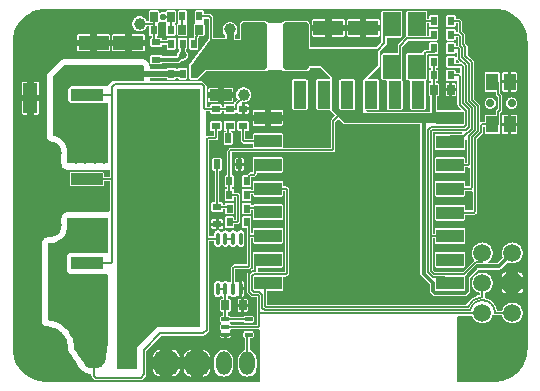
<source format=gtl>
G04*
G04 #@! TF.GenerationSoftware,Altium Limited,Altium Designer,20.1.8 (145)*
G04*
G04 Layer_Physical_Order=1*
G04 Layer_Color=2232046*
%FSAX44Y44*%
%MOMM*%
G71*
G04*
G04 #@! TF.SameCoordinates,BC819849-6B9C-4E92-9E7B-26ABC9CEBC8F*
G04*
G04*
G04 #@! TF.FilePolarity,Positive*
G04*
G01*
G75*
%ADD13C,0.1270*%
%ADD16C,0.2032*%
G04:AMPARAMS|DCode=18|XSize=0.75mm|YSize=0.55mm|CornerRadius=0.0028mm|HoleSize=0mm|Usage=FLASHONLY|Rotation=90.000|XOffset=0mm|YOffset=0mm|HoleType=Round|Shape=RoundedRectangle|*
%AMROUNDEDRECTD18*
21,1,0.7500,0.5445,0,0,90.0*
21,1,0.7445,0.5500,0,0,90.0*
1,1,0.0055,0.2723,0.3723*
1,1,0.0055,0.2723,-0.3723*
1,1,0.0055,-0.2723,-0.3723*
1,1,0.0055,-0.2723,0.3723*
%
%ADD18ROUNDEDRECTD18*%
%ADD19O,0.3500X1.1500*%
G04:AMPARAMS|DCode=20|XSize=2.55mm|YSize=1.2mm|CornerRadius=0.006mm|HoleSize=0mm|Usage=FLASHONLY|Rotation=90.000|XOffset=0mm|YOffset=0mm|HoleType=Round|Shape=RoundedRectangle|*
%AMROUNDEDRECTD20*
21,1,2.5500,1.1880,0,0,90.0*
21,1,2.5380,1.2000,0,0,90.0*
1,1,0.0120,0.5940,1.2690*
1,1,0.0120,0.5940,-1.2690*
1,1,0.0120,-0.5940,-1.2690*
1,1,0.0120,-0.5940,1.2690*
%
%ADD20ROUNDEDRECTD20*%
G04:AMPARAMS|DCode=21|XSize=2.55mm|YSize=1.2mm|CornerRadius=0.006mm|HoleSize=0mm|Usage=FLASHONLY|Rotation=0.000|XOffset=0mm|YOffset=0mm|HoleType=Round|Shape=RoundedRectangle|*
%AMROUNDEDRECTD21*
21,1,2.5500,1.1880,0,0,0.0*
21,1,2.5380,1.2000,0,0,0.0*
1,1,0.0120,1.2690,-0.5940*
1,1,0.0120,-1.2690,-0.5940*
1,1,0.0120,-1.2690,0.5940*
1,1,0.0120,1.2690,0.5940*
%
%ADD21ROUNDEDRECTD21*%
%ADD22C,1.0000*%
G04:AMPARAMS|DCode=23|XSize=0.95mm|YSize=2.65mm|CornerRadius=0.0048mm|HoleSize=0mm|Usage=FLASHONLY|Rotation=90.000|XOffset=0mm|YOffset=0mm|HoleType=Round|Shape=RoundedRectangle|*
%AMROUNDEDRECTD23*
21,1,0.9500,2.6405,0,0,90.0*
21,1,0.9405,2.6500,0,0,90.0*
1,1,0.0095,1.3203,0.4703*
1,1,0.0095,1.3203,-0.4703*
1,1,0.0095,-1.3203,-0.4703*
1,1,0.0095,-1.3203,0.4703*
%
%ADD23ROUNDEDRECTD23*%
G04:AMPARAMS|DCode=24|XSize=5.55mm|YSize=6.8mm|CornerRadius=0.0278mm|HoleSize=0mm|Usage=FLASHONLY|Rotation=90.000|XOffset=0mm|YOffset=0mm|HoleType=Round|Shape=RoundedRectangle|*
%AMROUNDEDRECTD24*
21,1,5.5500,6.7445,0,0,90.0*
21,1,5.4945,6.8000,0,0,90.0*
1,1,0.0555,3.3723,2.7473*
1,1,0.0555,3.3723,-2.7473*
1,1,0.0555,-3.3723,-2.7473*
1,1,0.0555,-3.3723,2.7473*
%
%ADD24ROUNDEDRECTD24*%
G04:AMPARAMS|DCode=25|XSize=0.75mm|YSize=0.55mm|CornerRadius=0.0028mm|HoleSize=0mm|Usage=FLASHONLY|Rotation=0.000|XOffset=0mm|YOffset=0mm|HoleType=Round|Shape=RoundedRectangle|*
%AMROUNDEDRECTD25*
21,1,0.7500,0.5445,0,0,0.0*
21,1,0.7445,0.5500,0,0,0.0*
1,1,0.0055,0.3723,-0.2723*
1,1,0.0055,-0.3723,-0.2723*
1,1,0.0055,-0.3723,0.2723*
1,1,0.0055,0.3723,0.2723*
%
%ADD25ROUNDEDRECTD25*%
G04:AMPARAMS|DCode=26|XSize=0.85mm|YSize=0.6mm|CornerRadius=0.003mm|HoleSize=0mm|Usage=FLASHONLY|Rotation=90.000|XOffset=0mm|YOffset=0mm|HoleType=Round|Shape=RoundedRectangle|*
%AMROUNDEDRECTD26*
21,1,0.8500,0.5940,0,0,90.0*
21,1,0.8440,0.6000,0,0,90.0*
1,1,0.0060,0.2970,0.4220*
1,1,0.0060,0.2970,-0.4220*
1,1,0.0060,-0.2970,-0.4220*
1,1,0.0060,-0.2970,0.4220*
%
%ADD26ROUNDEDRECTD26*%
G04:AMPARAMS|DCode=27|XSize=1.4mm|YSize=1.05mm|CornerRadius=0.0053mm|HoleSize=0mm|Usage=FLASHONLY|Rotation=90.000|XOffset=0mm|YOffset=0mm|HoleType=Round|Shape=RoundedRectangle|*
%AMROUNDEDRECTD27*
21,1,1.4000,1.0395,0,0,90.0*
21,1,1.3895,1.0500,0,0,90.0*
1,1,0.0105,0.5198,0.6948*
1,1,0.0105,0.5198,-0.6948*
1,1,0.0105,-0.5198,-0.6948*
1,1,0.0105,-0.5198,0.6948*
%
%ADD27ROUNDEDRECTD27*%
G04:AMPARAMS|DCode=28|XSize=0.54mm|YSize=0.75mm|CornerRadius=0.0027mm|HoleSize=0mm|Usage=FLASHONLY|Rotation=0.000|XOffset=0mm|YOffset=0mm|HoleType=Round|Shape=RoundedRectangle|*
%AMROUNDEDRECTD28*
21,1,0.5400,0.7446,0,0,0.0*
21,1,0.5346,0.7500,0,0,0.0*
1,1,0.0054,0.2673,-0.3723*
1,1,0.0054,-0.2673,-0.3723*
1,1,0.0054,-0.2673,0.3723*
1,1,0.0054,0.2673,0.3723*
%
%ADD28ROUNDEDRECTD28*%
G04:AMPARAMS|DCode=29|XSize=1.85mm|YSize=1mm|CornerRadius=0.005mm|HoleSize=0mm|Usage=FLASHONLY|Rotation=180.000|XOffset=0mm|YOffset=0mm|HoleType=Round|Shape=RoundedRectangle|*
%AMROUNDEDRECTD29*
21,1,1.8500,0.9900,0,0,180.0*
21,1,1.8400,1.0000,0,0,180.0*
1,1,0.0100,-0.9200,0.4950*
1,1,0.0100,0.9200,0.4950*
1,1,0.0100,0.9200,-0.4950*
1,1,0.0100,-0.9200,-0.4950*
%
%ADD29ROUNDEDRECTD29*%
G04:AMPARAMS|DCode=30|XSize=1.1mm|YSize=2.3mm|CornerRadius=0.0055mm|HoleSize=0mm|Usage=FLASHONLY|Rotation=270.000|XOffset=0mm|YOffset=0mm|HoleType=Round|Shape=RoundedRectangle|*
%AMROUNDEDRECTD30*
21,1,1.1000,2.2890,0,0,270.0*
21,1,1.0890,2.3000,0,0,270.0*
1,1,0.0110,-1.1445,-0.5445*
1,1,0.0110,-1.1445,0.5445*
1,1,0.0110,1.1445,0.5445*
1,1,0.0110,1.1445,-0.5445*
%
%ADD30ROUNDEDRECTD30*%
G04:AMPARAMS|DCode=31|XSize=1.1mm|YSize=2.3mm|CornerRadius=0.0055mm|HoleSize=0mm|Usage=FLASHONLY|Rotation=0.000|XOffset=0mm|YOffset=0mm|HoleType=Round|Shape=RoundedRectangle|*
%AMROUNDEDRECTD31*
21,1,1.1000,2.2890,0,0,0.0*
21,1,1.0890,2.3000,0,0,0.0*
1,1,0.0110,0.5445,-1.1445*
1,1,0.0110,-0.5445,-1.1445*
1,1,0.0110,-0.5445,1.1445*
1,1,0.0110,0.5445,1.1445*
%
%ADD31ROUNDEDRECTD31*%
G04:AMPARAMS|DCode=32|XSize=0.55mm|YSize=0.8mm|CornerRadius=0.0028mm|HoleSize=0mm|Usage=FLASHONLY|Rotation=180.000|XOffset=0mm|YOffset=0mm|HoleType=Round|Shape=RoundedRectangle|*
%AMROUNDEDRECTD32*
21,1,0.5500,0.7945,0,0,180.0*
21,1,0.5445,0.8000,0,0,180.0*
1,1,0.0055,-0.2723,0.3973*
1,1,0.0055,0.2723,0.3973*
1,1,0.0055,0.2723,-0.3973*
1,1,0.0055,-0.2723,-0.3973*
%
%ADD32ROUNDEDRECTD32*%
G04:AMPARAMS|DCode=33|XSize=4mm|YSize=2.2mm|CornerRadius=0.22mm|HoleSize=0mm|Usage=FLASHONLY|Rotation=90.000|XOffset=0mm|YOffset=0mm|HoleType=Round|Shape=RoundedRectangle|*
%AMROUNDEDRECTD33*
21,1,4.0000,1.7600,0,0,90.0*
21,1,3.5600,2.2000,0,0,90.0*
1,1,0.4400,0.8800,1.7800*
1,1,0.4400,0.8800,-1.7800*
1,1,0.4400,-0.8800,-1.7800*
1,1,0.4400,-0.8800,1.7800*
%
%ADD33ROUNDEDRECTD33*%
G04:AMPARAMS|DCode=34|XSize=0.35mm|YSize=0.6mm|CornerRadius=0.0018mm|HoleSize=0mm|Usage=FLASHONLY|Rotation=90.000|XOffset=0mm|YOffset=0mm|HoleType=Round|Shape=RoundedRectangle|*
%AMROUNDEDRECTD34*
21,1,0.3500,0.5965,0,0,90.0*
21,1,0.3465,0.6000,0,0,90.0*
1,1,0.0035,0.2983,0.1733*
1,1,0.0035,0.2983,-0.1733*
1,1,0.0035,-0.2983,-0.1733*
1,1,0.0035,-0.2983,0.1733*
%
%ADD34ROUNDEDRECTD34*%
%ADD60C,1.5000*%
G04:AMPARAMS|DCode=61|XSize=1.5mm|YSize=1.5mm|CornerRadius=0.15mm|HoleSize=0mm|Usage=FLASHONLY|Rotation=180.000|XOffset=0mm|YOffset=0mm|HoleType=Round|Shape=RoundedRectangle|*
%AMROUNDEDRECTD61*
21,1,1.5000,1.2000,0,0,180.0*
21,1,1.2000,1.5000,0,0,180.0*
1,1,0.3000,-0.6000,0.6000*
1,1,0.3000,0.6000,0.6000*
1,1,0.3000,0.6000,-0.6000*
1,1,0.3000,-0.6000,-0.6000*
%
%ADD61ROUNDEDRECTD61*%
G04:AMPARAMS|DCode=62|XSize=1.5mm|YSize=2mm|CornerRadius=0.0075mm|HoleSize=0mm|Usage=FLASHONLY|Rotation=0.000|XOffset=0mm|YOffset=0mm|HoleType=Round|Shape=RoundedRectangle|*
%AMROUNDEDRECTD62*
21,1,1.5000,1.9850,0,0,0.0*
21,1,1.4850,2.0000,0,0,0.0*
1,1,0.0150,0.7425,-0.9925*
1,1,0.0150,-0.7425,-0.9925*
1,1,0.0150,-0.7425,0.9925*
1,1,0.0150,0.7425,0.9925*
%
%ADD62ROUNDEDRECTD62*%
%ADD63C,0.1524*%
%ADD64C,0.3048*%
%ADD65C,0.8128*%
%ADD66C,0.6096*%
%ADD67C,0.5080*%
%ADD68C,0.7000*%
%ADD69C,3.8000*%
%ADD70C,0.6700*%
G04:AMPARAMS|DCode=71|XSize=1.3mm|YSize=2mm|CornerRadius=0.65mm|HoleSize=0mm|Usage=FLASHONLY|Rotation=0.000|XOffset=0mm|YOffset=0mm|HoleType=Round|Shape=RoundedRectangle|*
%AMROUNDEDRECTD71*
21,1,1.3000,0.7000,0,0,0.0*
21,1,0.0000,2.0000,0,0,0.0*
1,1,1.3000,0.0000,-0.3500*
1,1,1.3000,0.0000,-0.3500*
1,1,1.3000,0.0000,0.3500*
1,1,1.3000,0.0000,0.3500*
%
%ADD71ROUNDEDRECTD71*%
G04:AMPARAMS|DCode=72|XSize=2mm|YSize=2mm|CornerRadius=0.5mm|HoleSize=0mm|Usage=FLASHONLY|Rotation=0.000|XOffset=0mm|YOffset=0mm|HoleType=Round|Shape=RoundedRectangle|*
%AMROUNDEDRECTD72*
21,1,2.0000,1.0000,0,0,0.0*
21,1,1.0000,2.0000,0,0,0.0*
1,1,1.0000,0.5000,-0.5000*
1,1,1.0000,-0.5000,-0.5000*
1,1,1.0000,-0.5000,0.5000*
1,1,1.0000,0.5000,0.5000*
%
%ADD72ROUNDEDRECTD72*%
G04:AMPARAMS|DCode=73|XSize=1.6mm|YSize=2mm|CornerRadius=0.16mm|HoleSize=0mm|Usage=FLASHONLY|Rotation=0.000|XOffset=0mm|YOffset=0mm|HoleType=Round|Shape=RoundedRectangle|*
%AMROUNDEDRECTD73*
21,1,1.6000,1.6800,0,0,0.0*
21,1,1.2800,2.0000,0,0,0.0*
1,1,0.3200,0.6400,-0.8400*
1,1,0.3200,-0.6400,-0.8400*
1,1,0.3200,-0.6400,0.8400*
1,1,0.3200,0.6400,0.8400*
%
%ADD73ROUNDEDRECTD73*%
%ADD74C,1.8000*%
%ADD75O,4.0000X2.0000*%
%ADD76C,0.6600*%
%ADD77C,0.5600*%
G36*
X00412187Y00317783D02*
X00414360Y00317526D01*
X00416506Y00317099D01*
X00418612Y00316505D01*
X00420665Y00315748D01*
X00422652Y00314832D01*
X00424562Y00313762D01*
X00426381Y00312547D01*
X00428100Y00311192D01*
X00429706Y00309706D01*
X00431192Y00308099D01*
X00432547Y00306381D01*
X00433762Y00304562D01*
X00434832Y00302652D01*
X00435748Y00300665D01*
X00436505Y00298612D01*
X00437099Y00296506D01*
X00437526Y00294360D01*
X00437783Y00292187D01*
X00437820Y00291262D01*
X00437855Y00290000D01*
X00437855Y00290000D01*
X00437855Y00288761D01*
Y00030000D01*
X00437866Y00029915D01*
X00437783Y00027813D01*
X00437526Y00025640D01*
X00437099Y00023494D01*
X00436505Y00021388D01*
X00435748Y00019335D01*
X00434832Y00017348D01*
X00433762Y00015438D01*
X00432547Y00013619D01*
X00431192Y00011901D01*
X00429706Y00010294D01*
X00428100Y00008808D01*
X00426381Y00007454D01*
X00424562Y00006238D01*
X00422652Y00005168D01*
X00420665Y00004252D01*
X00418612Y00003495D01*
X00416506Y00002901D01*
X00414360Y00002474D01*
X00412187Y00002217D01*
X00411261Y00002181D01*
X00410000Y00002145D01*
X00410000Y00002145D01*
X00408752Y00002145D01*
X00378217D01*
Y00057227D01*
X00379392Y00057940D01*
X00391250D01*
X00391546Y00057069D01*
X00392055Y00056038D01*
X00392693Y00055082D01*
X00393451Y00054217D01*
X00394316Y00053459D01*
X00395272Y00052821D01*
X00396303Y00052312D01*
X00397391Y00051943D01*
X00398519Y00051718D01*
X00399666Y00051643D01*
X00400813Y00051718D01*
X00401941Y00051943D01*
X00403029Y00052312D01*
X00404060Y00052821D01*
X00405016Y00053459D01*
X00405881Y00054217D01*
X00406639Y00055082D01*
X00407277Y00056038D01*
X00407786Y00057069D01*
X00408155Y00058157D01*
X00408156Y00058159D01*
X00409004Y00058581D01*
X00409557Y00058695D01*
X00409844Y00058576D01*
X00410341Y00058511D01*
X00416506D01*
X00416577Y00058157D01*
X00416946Y00057069D01*
X00417455Y00056038D01*
X00418093Y00055082D01*
X00418851Y00054217D01*
X00419716Y00053459D01*
X00420672Y00052821D01*
X00421703Y00052312D01*
X00422791Y00051943D01*
X00423919Y00051718D01*
X00425066Y00051643D01*
X00426213Y00051718D01*
X00427341Y00051943D01*
X00428429Y00052312D01*
X00429460Y00052821D01*
X00430416Y00053459D01*
X00431281Y00054217D01*
X00432039Y00055082D01*
X00432677Y00056038D01*
X00433186Y00057069D01*
X00433555Y00058157D01*
X00433780Y00059285D01*
X00433855Y00060432D01*
X00433780Y00061579D01*
X00433555Y00062707D01*
X00433186Y00063795D01*
X00432677Y00064826D01*
X00432039Y00065782D01*
X00431281Y00066647D01*
X00430416Y00067405D01*
X00429460Y00068043D01*
X00428429Y00068552D01*
X00427341Y00068921D01*
X00426213Y00069146D01*
X00425066Y00069221D01*
X00423919Y00069146D01*
X00422791Y00068921D01*
X00421703Y00068552D01*
X00420672Y00068043D01*
X00419716Y00067405D01*
X00418851Y00066647D01*
X00418093Y00065782D01*
X00417455Y00064826D01*
X00416946Y00063795D01*
X00416577Y00062707D01*
X00416506Y00062353D01*
X00412100D01*
X00411950Y00063236D01*
X00411559Y00064594D01*
X00411018Y00065899D01*
X00410335Y00067136D01*
X00409517Y00068288D01*
X00408576Y00069341D01*
X00407522Y00070283D01*
X00406370Y00071101D01*
X00405133Y00071784D01*
X00403828Y00072325D01*
X00402691Y00072652D01*
X00401522Y00073150D01*
X00401587Y00073647D01*
Y00077272D01*
X00401941Y00077343D01*
X00403029Y00077712D01*
X00404060Y00078221D01*
X00405016Y00078859D01*
X00405881Y00079617D01*
X00406639Y00080482D01*
X00407277Y00081438D01*
X00407786Y00082469D01*
X00408155Y00083557D01*
X00408380Y00084685D01*
X00408455Y00085832D01*
X00408380Y00086979D01*
X00408155Y00088107D01*
X00407786Y00089195D01*
X00407277Y00090226D01*
X00406639Y00091182D01*
X00405881Y00092047D01*
X00405016Y00092805D01*
X00404060Y00093443D01*
X00403029Y00093952D01*
X00401941Y00094321D01*
X00400813Y00094546D01*
X00399666Y00094621D01*
X00398519Y00094546D01*
X00397391Y00094321D01*
X00396303Y00093952D01*
X00395272Y00093443D01*
X00394316Y00092805D01*
X00393451Y00092047D01*
X00392693Y00091182D01*
X00392055Y00090226D01*
X00391546Y00089195D01*
X00391177Y00088107D01*
X00390952Y00086979D01*
X00390877Y00085832D01*
X00390952Y00084685D01*
X00391177Y00083557D01*
X00391546Y00082469D01*
X00392055Y00081438D01*
X00392693Y00080482D01*
X00393451Y00079617D01*
X00394316Y00078859D01*
X00395272Y00078221D01*
X00396303Y00077712D01*
X00397391Y00077343D01*
X00397745Y00077272D01*
Y00075443D01*
X00396286Y00075195D01*
X00394649Y00074724D01*
X00393076Y00074072D01*
X00391585Y00073248D01*
X00390196Y00072262D01*
X00388926Y00071127D01*
X00387791Y00069857D01*
X00386805Y00068468D01*
X00385981Y00066977D01*
X00385934Y00066863D01*
X00217488D01*
Y00078885D01*
X00229641D01*
X00229986Y00078930D01*
X00230309Y00079064D01*
X00230585Y00079276D01*
X00230798Y00079553D01*
X00230931Y00079875D01*
X00230977Y00080221D01*
Y00091111D01*
X00231011Y00091150D01*
X00233147D01*
X00233147Y00091150D01*
X00233645Y00091215D01*
X00234108Y00091407D01*
X00234506Y00091712D01*
X00235553Y00092760D01*
X00235553Y00092760D01*
X00235859Y00093158D01*
X00236051Y00093621D01*
X00236116Y00094118D01*
X00236116Y00094119D01*
Y00164780D01*
X00236116Y00164780D01*
X00236051Y00165277D01*
X00235859Y00165741D01*
X00235553Y00166139D01*
X00235553Y00166139D01*
X00234658Y00167035D01*
X00234260Y00167340D01*
X00233796Y00167532D01*
X00233299Y00167598D01*
X00233299Y00167598D01*
X00230977D01*
Y00171121D01*
X00230931Y00171467D01*
X00230798Y00171789D01*
X00230585Y00172066D01*
X00230309Y00172278D01*
X00229986Y00172412D01*
X00229641Y00172457D01*
X00206751D01*
X00206405Y00172412D01*
X00206082Y00172278D01*
X00205806Y00172066D01*
X00205593Y00171789D01*
X00205460Y00171467D01*
X00205414Y00171121D01*
Y00164647D01*
X00203894D01*
X00203892Y00164651D01*
X00203684Y00164922D01*
X00203413Y00165130D01*
X00203097Y00165261D01*
X00202759Y00165305D01*
X00197313D01*
X00196975Y00165261D01*
X00196659Y00165130D01*
X00196388Y00164922D01*
X00196180Y00164651D01*
X00196049Y00164335D01*
X00196005Y00163997D01*
Y00156552D01*
X00196049Y00156213D01*
X00196180Y00155897D01*
X00196388Y00155626D01*
X00196659Y00155418D01*
X00196975Y00155287D01*
X00197313Y00155243D01*
X00202759D01*
X00203097Y00155287D01*
X00203413Y00155418D01*
X00203684Y00155626D01*
X00203892Y00155897D01*
X00204023Y00156213D01*
X00204067Y00156552D01*
Y00160804D01*
X00205414D01*
Y00160231D01*
X00205460Y00159885D01*
X00205593Y00159563D01*
X00205806Y00159286D01*
X00206082Y00159074D01*
X00206405Y00158940D01*
X00206751Y00158895D01*
X00229641D01*
X00229986Y00158940D01*
X00230309Y00159074D01*
X00230585Y00159286D01*
X00230798Y00159563D01*
X00230931Y00159885D01*
X00230977Y00160231D01*
Y00163755D01*
X00232273D01*
Y00094993D01*
X00210363D01*
X00210001Y00095309D01*
X00209405Y00096263D01*
X00209419Y00096373D01*
Y00098697D01*
X00229641D01*
X00229986Y00098742D01*
X00230309Y00098876D01*
X00230585Y00099088D01*
X00230798Y00099365D01*
X00230931Y00099687D01*
X00230977Y00100033D01*
Y00110923D01*
X00230931Y00111269D01*
X00230798Y00111591D01*
X00230585Y00111868D01*
X00230309Y00112080D01*
X00229986Y00112214D01*
X00229641Y00112259D01*
X00206751D01*
X00206405Y00112214D01*
X00206082Y00112080D01*
X00205806Y00111868D01*
X00205593Y00111591D01*
X00205460Y00111269D01*
X00205414Y00110923D01*
Y00100033D01*
X00205460Y00099687D01*
X00205577Y00099405D01*
Y00098489D01*
X00204887Y00097533D01*
X00204389Y00097467D01*
X00203926Y00097275D01*
X00203528Y00096970D01*
X00203528Y00096970D01*
X00200892Y00094334D01*
X00200586Y00093936D01*
X00200395Y00093472D01*
X00200329Y00092975D01*
X00200329Y00092975D01*
Y00078357D01*
X00200329Y00078357D01*
X00200395Y00077860D01*
X00200586Y00077396D01*
X00200892Y00076998D01*
X00203528Y00074362D01*
X00203528Y00074362D01*
X00203926Y00074057D01*
X00204389Y00073865D01*
X00204887Y00073800D01*
X00204887Y00073800D01*
X00208565D01*
Y00059862D01*
X00208565Y00059862D01*
X00208565Y00059862D01*
Y00050415D01*
X00187006D01*
X00186067Y00051542D01*
Y00052274D01*
X00186195Y00052525D01*
X00186351Y00052759D01*
X00186388Y00052944D01*
X00197424D01*
X00197461Y00052759D01*
X00197745Y00052333D01*
X00198171Y00052049D01*
X00198673Y00051949D01*
X00204639D01*
X00205141Y00052049D01*
X00205567Y00052333D01*
X00205851Y00052759D01*
X00205951Y00053261D01*
Y00056726D01*
X00205851Y00057229D01*
X00205567Y00057655D01*
X00205141Y00057939D01*
X00204639Y00058039D01*
X00198673D01*
X00198171Y00057939D01*
X00197745Y00057655D01*
X00197461Y00057229D01*
X00197424Y00057043D01*
X00186388D01*
X00186351Y00057229D01*
X00186067Y00057655D01*
X00185641Y00057939D01*
X00185138Y00058039D01*
X00184205D01*
Y00061181D01*
X00185126D01*
X00185465Y00061226D01*
X00185782Y00061357D01*
X00186053Y00061565D01*
X00186262Y00061837D01*
X00186392Y00062153D01*
X00186437Y00062492D01*
Y00070932D01*
X00186392Y00071272D01*
X00186262Y00071588D01*
X00186053Y00071860D01*
X00185782Y00072068D01*
X00185465Y00072199D01*
X00185126Y00072244D01*
X00184205D01*
Y00074439D01*
X00184302Y00074518D01*
X00184679Y00074978D01*
X00184713Y00075041D01*
X00184736Y00075051D01*
X00186076D01*
X00186099Y00075041D01*
X00186133Y00074978D01*
X00186510Y00074518D01*
X00186970Y00074141D01*
X00187495Y00073860D01*
X00188064Y00073688D01*
X00188656Y00073629D01*
X00189248Y00073688D01*
X00189817Y00073860D01*
X00190342Y00074141D01*
X00190802Y00074518D01*
X00191179Y00074978D01*
X00191213Y00075041D01*
X00191236Y00075051D01*
X00192576D01*
X00192599Y00075041D01*
X00192633Y00074978D01*
X00193010Y00074518D01*
X00193470Y00074141D01*
X00193886Y00073918D01*
Y00080664D01*
Y00087410D01*
X00193470Y00087187D01*
X00193010Y00086810D01*
X00192735Y00086475D01*
X00191424Y00086407D01*
X00190577Y00087275D01*
Y00097543D01*
X00201266D01*
X00201266Y00097543D01*
X00201763Y00097608D01*
X00202227Y00097800D01*
X00202624Y00098106D01*
X00203503Y00098984D01*
X00203503Y00098984D01*
X00203808Y00099382D01*
X00204000Y00099846D01*
X00204066Y00100343D01*
Y00123877D01*
X00205414D01*
Y00120353D01*
X00205460Y00120007D01*
X00205593Y00119685D01*
X00205806Y00119408D01*
X00206082Y00119196D01*
X00206405Y00119062D01*
X00206751Y00119017D01*
X00229641D01*
X00229986Y00119062D01*
X00230309Y00119196D01*
X00230585Y00119408D01*
X00230798Y00119685D01*
X00230931Y00120007D01*
X00230977Y00120353D01*
Y00131243D01*
X00230931Y00131589D01*
X00230798Y00131911D01*
X00230585Y00132188D01*
X00230309Y00132400D01*
X00229986Y00132534D01*
X00229641Y00132579D01*
X00206751D01*
X00206405Y00132534D01*
X00206082Y00132400D01*
X00205806Y00132188D01*
X00205593Y00131911D01*
X00205460Y00131589D01*
X00205414Y00131243D01*
Y00127719D01*
X00204066D01*
Y00133307D01*
X00204085Y00133452D01*
Y00140897D01*
X00204040Y00141236D01*
X00203910Y00141551D01*
X00203702Y00141822D01*
X00203431Y00142030D01*
X00203115Y00142161D01*
X00202776Y00142205D01*
X00197331D01*
X00196993Y00142161D01*
X00196677Y00142030D01*
X00196406Y00141822D01*
X00196198Y00141551D01*
X00196067Y00141236D01*
X00196023Y00140897D01*
Y00133452D01*
X00196067Y00133113D01*
X00196198Y00132797D01*
X00196406Y00132526D01*
X00196677Y00132318D01*
X00196993Y00132188D01*
X00197331Y00132143D01*
X00200223D01*
Y00125798D01*
X00200223Y00125798D01*
X00200223Y00125798D01*
Y00101386D01*
X00189567D01*
X00189566Y00101386D01*
X00189069Y00101320D01*
X00188606Y00101128D01*
X00188208Y00100823D01*
X00188208Y00100823D01*
X00187297Y00099913D01*
X00186992Y00099515D01*
X00186800Y00099051D01*
X00186735Y00098554D01*
X00186735Y00098554D01*
Y00086994D01*
X00186510Y00086810D01*
X00186133Y00086350D01*
X00186099Y00086287D01*
X00186076Y00086278D01*
X00184736D01*
X00184713Y00086287D01*
X00184679Y00086350D01*
X00184302Y00086810D01*
X00183842Y00087187D01*
X00183317Y00087468D01*
X00182748Y00087640D01*
X00182156Y00087699D01*
X00181564Y00087640D01*
X00180995Y00087468D01*
X00180470Y00087187D01*
X00180010Y00086810D01*
X00179633Y00086350D01*
X00179599Y00086286D01*
X00179576Y00086277D01*
X00178236D01*
X00178213Y00086286D01*
X00178179Y00086350D01*
X00177802Y00086810D01*
X00177342Y00087187D01*
X00176817Y00087468D01*
X00176248Y00087640D01*
X00175656Y00087699D01*
X00175064Y00087640D01*
X00174495Y00087468D01*
X00173970Y00087187D01*
X00173510Y00086810D01*
X00173133Y00086350D01*
X00172852Y00085825D01*
X00172680Y00085256D01*
X00172621Y00084664D01*
Y00076664D01*
X00172680Y00076072D01*
X00172852Y00075503D01*
X00173133Y00074978D01*
X00173510Y00074518D01*
X00173970Y00074141D01*
X00174495Y00073860D01*
X00175064Y00073688D01*
X00175656Y00073629D01*
X00176248Y00073688D01*
X00176817Y00073860D01*
X00177342Y00074141D01*
X00177802Y00074518D01*
X00177962Y00074713D01*
X00179279Y00074782D01*
X00179365Y00074766D01*
X00180107Y00074000D01*
Y00072244D01*
X00179186D01*
X00178847Y00072199D01*
X00178530Y00072068D01*
X00178259Y00071860D01*
X00178050Y00071588D01*
X00177920Y00071272D01*
X00177875Y00070932D01*
Y00062492D01*
X00177920Y00062153D01*
X00178050Y00061837D01*
X00178259Y00061565D01*
X00178530Y00061357D01*
X00178847Y00061226D01*
X00179186Y00061181D01*
X00180107D01*
Y00058039D01*
X00179174D01*
X00178671Y00057939D01*
X00178245Y00057655D01*
X00177961Y00057229D01*
X00177861Y00056726D01*
Y00053261D01*
X00177961Y00052759D01*
X00178117Y00052525D01*
X00178245Y00052274D01*
Y00051214D01*
X00178117Y00050963D01*
X00177961Y00050729D01*
X00177861Y00050226D01*
Y00046761D01*
X00177961Y00046259D01*
X00178117Y00046025D01*
X00178245Y00045774D01*
Y00044714D01*
X00178117Y00044463D01*
X00177961Y00044229D01*
X00177861Y00043727D01*
Y00043264D01*
X00186451D01*
Y00043727D01*
X00186351Y00044229D01*
X00186195Y00044463D01*
X00186067Y00044714D01*
Y00045774D01*
X00186195Y00046025D01*
X00186351Y00046259D01*
X00186414Y00046573D01*
X00209515D01*
X00209515Y00046573D01*
X00209834Y00046614D01*
X00210275Y00046463D01*
X00210877Y00046063D01*
X00211074Y00045834D01*
X00211104Y00045784D01*
Y00002145D01*
X00030000D01*
X00029915Y00002134D01*
X00027813Y00002217D01*
X00025640Y00002474D01*
X00023494Y00002901D01*
X00021388Y00003495D01*
X00019335Y00004252D01*
X00017348Y00005168D01*
X00015438Y00006238D01*
X00013619Y00007453D01*
X00011901Y00008808D01*
X00010294Y00010294D01*
X00008808Y00011901D01*
X00007454Y00013619D01*
X00006238Y00015438D01*
X00005168Y00017348D01*
X00004252Y00019335D01*
X00003495Y00021388D01*
X00002901Y00023494D01*
X00002474Y00025640D01*
X00002217Y00027813D01*
X00002134Y00029915D01*
X00002145Y00030000D01*
Y00290369D01*
X00002217Y00292187D01*
X00002474Y00294360D01*
X00002901Y00296506D01*
X00003495Y00298612D01*
X00004252Y00300665D01*
X00005168Y00302652D01*
X00006238Y00304562D01*
X00007453Y00306381D01*
X00008808Y00308099D01*
X00010294Y00309706D01*
X00011901Y00311192D01*
X00013619Y00312547D01*
X00015438Y00313762D01*
X00017348Y00314832D01*
X00019335Y00315748D01*
X00021388Y00316505D01*
X00023494Y00317099D01*
X00025640Y00317526D01*
X00027813Y00317783D01*
X00029915Y00317866D01*
X00030000Y00317855D01*
X00410000D01*
X00410084Y00317866D01*
X00412187Y00317783D01*
D02*
G37*
%LPC*%
G36*
X00138815Y00316511D02*
X00132875D01*
X00132535Y00316467D01*
X00132219Y00316336D01*
X00131947Y00316127D01*
X00131739Y00315856D01*
X00131670Y00315689D01*
X00131403Y00315416D01*
X00130680Y00314982D01*
X00130293Y00314887D01*
X00129950Y00314991D01*
X00129152Y00315070D01*
X00128354Y00314991D01*
X00127587Y00314758D01*
X00126880Y00314380D01*
X00125626Y00314994D01*
Y00315200D01*
X00125581Y00315539D01*
X00125450Y00315856D01*
X00125242Y00316127D01*
X00124970Y00316336D01*
X00124654Y00316467D01*
X00124315Y00316511D01*
X00118375D01*
X00118035Y00316467D01*
X00117719Y00316336D01*
X00117447Y00316127D01*
X00117239Y00315856D01*
X00117108Y00315539D01*
X00117063Y00315200D01*
Y00307276D01*
X00115545D01*
X00115540Y00307299D01*
X00115162Y00308210D01*
X00114647Y00309052D01*
X00114006Y00309802D01*
X00113255Y00310443D01*
X00112414Y00310959D01*
X00111502Y00311336D01*
X00110542Y00311567D01*
X00109558Y00311644D01*
X00108575Y00311567D01*
X00107615Y00311336D01*
X00106703Y00310959D01*
X00105862Y00310443D01*
X00105111Y00309802D01*
X00104470Y00309052D01*
X00103955Y00308210D01*
X00103577Y00307299D01*
X00103347Y00306339D01*
X00103269Y00305355D01*
X00103347Y00304371D01*
X00103577Y00303411D01*
X00103955Y00302500D01*
X00104470Y00301658D01*
X00105111Y00300908D01*
X00105862Y00300267D01*
X00106703Y00299751D01*
X00107615Y00299373D01*
X00108575Y00299143D01*
X00109558Y00299066D01*
X00110542Y00299143D01*
X00111502Y00299373D01*
X00112414Y00299751D01*
X00113255Y00300267D01*
X00114006Y00300908D01*
X00114647Y00301658D01*
X00115162Y00302500D01*
X00115540Y00303411D01*
X00115545Y00303433D01*
X00117313D01*
Y00296007D01*
X00117358Y00295669D01*
X00117489Y00295353D01*
X00117697Y00295082D01*
X00117968Y00294874D01*
X00118283Y00294743D01*
X00118622Y00294699D01*
X00120018D01*
Y00293399D01*
X00119841D01*
X00119502Y00293354D01*
X00119186Y00293224D01*
X00118916Y00293016D01*
X00118708Y00292745D01*
X00118577Y00292429D01*
X00118532Y00292090D01*
Y00286646D01*
X00118577Y00286307D01*
X00118708Y00285991D01*
X00118916Y00285720D01*
X00119186Y00285512D01*
X00119502Y00285381D01*
X00119841Y00285337D01*
X00127286D01*
X00127625Y00285381D01*
X00127940Y00285512D01*
X00128211Y00285720D01*
X00128419Y00285991D01*
X00128550Y00286307D01*
X00128595Y00286646D01*
Y00287446D01*
X00132279D01*
Y00284629D01*
X00132324Y00284290D01*
X00132455Y00283975D01*
X00132662Y00283704D01*
X00132933Y00283496D01*
X00133249Y00283365D01*
X00133587Y00283321D01*
X00138933D01*
X00139272Y00283365D01*
X00139587Y00283496D01*
X00139858Y00283704D01*
X00140066Y00283975D01*
X00140197Y00284290D01*
X00140242Y00284629D01*
Y00292075D01*
X00140197Y00292414D01*
X00140066Y00292729D01*
X00139858Y00293000D01*
X00139587Y00293208D01*
X00139272Y00293339D01*
X00138933Y00293383D01*
X00133587D01*
X00133249Y00293339D01*
X00132933Y00293208D01*
X00132662Y00293000D01*
X00132455Y00292729D01*
X00132324Y00292414D01*
X00132279Y00292075D01*
Y00291289D01*
X00128595D01*
Y00292090D01*
X00128550Y00292429D01*
X00128419Y00292745D01*
X00128211Y00293016D01*
X00127940Y00293224D01*
X00127625Y00293354D01*
X00127286Y00293399D01*
X00123861D01*
Y00294699D01*
X00124067D01*
X00124406Y00294743D01*
X00124721Y00294874D01*
X00124992Y00295082D01*
X00125200Y00295353D01*
X00125331Y00295669D01*
X00125376Y00296007D01*
Y00303452D01*
X00125331Y00303791D01*
X00125200Y00304107D01*
X00125037Y00304320D01*
X00124990Y00304491D01*
X00124986Y00304732D01*
X00125055Y00305475D01*
X00125167Y00305776D01*
X00125242Y00305833D01*
X00125450Y00306104D01*
X00125581Y00306420D01*
X00125626Y00306760D01*
Y00306966D01*
X00126880Y00307579D01*
X00127587Y00307201D01*
X00128354Y00306969D01*
X00129152Y00306890D01*
X00129950Y00306969D01*
X00130293Y00307073D01*
X00130680Y00306978D01*
X00131403Y00306544D01*
X00131670Y00306271D01*
X00131739Y00306104D01*
X00131947Y00305833D01*
X00132022Y00305776D01*
X00132135Y00305475D01*
X00132203Y00304732D01*
X00132199Y00304491D01*
X00132152Y00304320D01*
X00131989Y00304107D01*
X00131858Y00303791D01*
X00131813Y00303452D01*
Y00296007D01*
X00131858Y00295669D01*
X00131989Y00295353D01*
X00132197Y00295082D01*
X00132468Y00294874D01*
X00132783Y00294743D01*
X00133122Y00294699D01*
X00138567D01*
X00138906Y00294743D01*
X00139221Y00294874D01*
X00139493Y00295082D01*
X00139700Y00295353D01*
X00139831Y00295669D01*
X00139876Y00296007D01*
Y00303452D01*
X00139831Y00303791D01*
X00139700Y00304107D01*
X00139537Y00304320D01*
X00139490Y00304491D01*
X00139486Y00304732D01*
X00139555Y00305475D01*
X00139668Y00305776D01*
X00139742Y00305833D01*
X00139950Y00306104D01*
X00140081Y00306420D01*
X00140126Y00306760D01*
Y00315200D01*
X00140081Y00315539D01*
X00139950Y00315856D01*
X00139742Y00316127D01*
X00139470Y00316336D01*
X00139154Y00316467D01*
X00138815Y00316511D01*
D02*
G37*
G36*
X00311464Y00308925D02*
X00301474D01*
Y00304344D01*
X00312805D01*
Y00307584D01*
X00312759Y00307931D01*
X00312625Y00308255D01*
X00312412Y00308533D01*
X00312134Y00308746D01*
X00311811Y00308880D01*
X00311464Y00308925D01*
D02*
G37*
G36*
X00296073D02*
X00286084D01*
X00285736Y00308880D01*
X00285413Y00308746D01*
X00285135Y00308533D01*
X00284922Y00308255D01*
X00284788Y00307931D01*
X00284742Y00307584D01*
Y00304344D01*
X00296073D01*
Y00308925D01*
D02*
G37*
G36*
X00281961D02*
X00271971D01*
Y00304344D01*
X00283302D01*
Y00307584D01*
X00283257Y00307931D01*
X00283123Y00308255D01*
X00282910Y00308533D01*
X00282632Y00308746D01*
X00282308Y00308880D01*
X00281961Y00308925D01*
D02*
G37*
G36*
X00266571D02*
X00256581D01*
X00256234Y00308880D01*
X00255910Y00308746D01*
X00255632Y00308533D01*
X00255419Y00308255D01*
X00255285Y00307931D01*
X00255240Y00307584D01*
Y00304344D01*
X00266571D01*
Y00308925D01*
D02*
G37*
G36*
X00351385Y00316068D02*
X00336535D01*
X00336184Y00316021D01*
X00335857Y00315886D01*
X00335576Y00315670D01*
X00335360Y00315389D01*
X00335225Y00315062D01*
X00335178Y00314711D01*
Y00294861D01*
X00335214Y00294593D01*
X00335098Y00294545D01*
X00334700Y00294240D01*
X00334700Y00294240D01*
X00328460Y00287999D01*
X00328154Y00287602D01*
X00327962Y00287138D01*
X00327897Y00286641D01*
X00327897Y00286640D01*
Y00280068D01*
X00315535D01*
X00315184Y00280021D01*
X00314857Y00279886D01*
X00314576Y00279670D01*
X00314360Y00279389D01*
X00314225Y00279062D01*
X00314178Y00278711D01*
Y00258861D01*
X00314225Y00258510D01*
X00314360Y00258183D01*
X00314576Y00257902D01*
X00314857Y00257686D01*
X00315184Y00257551D01*
X00315535Y00257504D01*
X00317504D01*
X00317723Y00257406D01*
X00318618Y00256639D01*
Y00233749D01*
X00318664Y00233403D01*
X00318797Y00233081D01*
X00319010Y00232804D01*
X00319286Y00232592D01*
X00319609Y00232458D01*
X00319955Y00232413D01*
X00330845D01*
X00331190Y00232458D01*
X00331513Y00232592D01*
X00331790Y00232804D01*
X00332002Y00233081D01*
X00332135Y00233403D01*
X00332181Y00233749D01*
Y00256639D01*
X00332135Y00256985D01*
X00332002Y00257307D01*
X00331790Y00257584D01*
X00331789Y00257584D01*
X00331513Y00257796D01*
X00331695Y00258510D01*
X00331742Y00258861D01*
Y00278711D01*
X00331740Y00278725D01*
Y00285845D01*
X00336854Y00290960D01*
X00355733D01*
X00355742Y00290958D01*
X00361186D01*
X00361525Y00291003D01*
X00361841Y00291134D01*
X00362112Y00291342D01*
X00362320Y00291613D01*
X00362451Y00291928D01*
X00362495Y00292267D01*
Y00299712D01*
X00362451Y00300051D01*
X00362320Y00300366D01*
X00362112Y00300637D01*
X00361841Y00300846D01*
X00361525Y00300976D01*
X00361186Y00301021D01*
X00355742D01*
X00355403Y00300976D01*
X00355087Y00300846D01*
X00354816Y00300637D01*
X00354608Y00300366D01*
X00354477Y00300051D01*
X00354433Y00299712D01*
Y00294802D01*
X00352793D01*
X00352742Y00294861D01*
Y00305571D01*
X00354433D01*
Y00303770D01*
X00354477Y00303431D01*
X00354608Y00303115D01*
X00354816Y00302844D01*
X00355087Y00302636D01*
X00355403Y00302506D01*
X00355742Y00302461D01*
X00361186D01*
X00361525Y00302506D01*
X00361841Y00302636D01*
X00362112Y00302844D01*
X00362320Y00303115D01*
X00362451Y00303431D01*
X00362495Y00303770D01*
Y00311215D01*
X00362451Y00311553D01*
X00362320Y00311869D01*
X00362112Y00312140D01*
X00361841Y00312348D01*
X00361525Y00312479D01*
X00361186Y00312523D01*
X00355742D01*
X00355403Y00312479D01*
X00355087Y00312348D01*
X00354816Y00312140D01*
X00354608Y00311869D01*
X00354477Y00311553D01*
X00354433Y00311215D01*
Y00309414D01*
X00352742D01*
Y00314711D01*
X00352695Y00315062D01*
X00352560Y00315389D01*
X00352344Y00315670D01*
X00352063Y00315886D01*
X00351736Y00316021D01*
X00351385Y00316068D01*
D02*
G37*
G36*
X00148353Y00316435D02*
X00142908D01*
X00142569Y00316391D01*
X00142254Y00316260D01*
X00141982Y00316052D01*
X00141775Y00315781D01*
X00141644Y00315465D01*
X00141599Y00315126D01*
Y00307682D01*
X00141644Y00307343D01*
X00141775Y00307027D01*
X00141860Y00306917D01*
X00141924Y00306338D01*
X00141819Y00305588D01*
X00141736Y00305406D01*
X00141733Y00305404D01*
X00141525Y00305132D01*
X00141394Y00304816D01*
X00141349Y00304477D01*
Y00296036D01*
X00141394Y00295697D01*
X00141525Y00295381D01*
X00141733Y00295109D01*
X00142005Y00294901D01*
X00142321Y00294770D01*
X00142660Y00294725D01*
X00148600D01*
X00148940Y00294770D01*
X00149256Y00294901D01*
X00149528Y00295109D01*
X00149736Y00295381D01*
X00149867Y00295697D01*
X00149912Y00296036D01*
Y00304477D01*
X00149867Y00304816D01*
X00149736Y00305132D01*
X00149528Y00305404D01*
X00149524Y00305406D01*
X00149442Y00305588D01*
X00149337Y00306338D01*
X00149401Y00306917D01*
X00149486Y00307027D01*
X00149617Y00307343D01*
X00149662Y00307682D01*
Y00315126D01*
X00149617Y00315465D01*
X00149486Y00315781D01*
X00149278Y00316052D01*
X00149007Y00316260D01*
X00148692Y00316391D01*
X00148353Y00316435D01*
D02*
G37*
G36*
X00312805Y00298944D02*
X00301474D01*
Y00294363D01*
X00311464D01*
X00311811Y00294408D01*
X00312134Y00294542D01*
X00312412Y00294755D01*
X00312625Y00295033D01*
X00312759Y00295357D01*
X00312805Y00295704D01*
Y00298944D01*
D02*
G37*
G36*
X00296073D02*
X00284742D01*
Y00295704D01*
X00284788Y00295357D01*
X00284922Y00295033D01*
X00285135Y00294755D01*
X00285413Y00294542D01*
X00285736Y00294408D01*
X00286084Y00294363D01*
X00296073D01*
Y00298944D01*
D02*
G37*
G36*
X00283302D02*
X00271971D01*
Y00294363D01*
X00281961D01*
X00282308Y00294408D01*
X00282632Y00294542D01*
X00282910Y00294755D01*
X00283123Y00295033D01*
X00283257Y00295357D01*
X00283302Y00295704D01*
Y00298944D01*
D02*
G37*
G36*
X00266571D02*
X00255240D01*
Y00295704D01*
X00255285Y00295357D01*
X00255419Y00295033D01*
X00255632Y00294755D01*
X00255910Y00294542D01*
X00256234Y00294408D01*
X00256581Y00294363D01*
X00266571D01*
Y00298944D01*
D02*
G37*
G36*
X00112674Y00296367D02*
X00102684D01*
Y00291786D01*
X00114016D01*
Y00295026D01*
X00113970Y00295373D01*
X00113836Y00295697D01*
X00113623Y00295975D01*
X00113345Y00296188D01*
X00113021Y00296322D01*
X00112674Y00296367D01*
D02*
G37*
G36*
X00097284D02*
X00087294D01*
X00086947Y00296322D01*
X00086623Y00296188D01*
X00086345Y00295975D01*
X00086132Y00295697D01*
X00085998Y00295373D01*
X00085953Y00295026D01*
Y00291786D01*
X00097284D01*
Y00296367D01*
D02*
G37*
G36*
X00083211D02*
X00073221D01*
Y00291786D01*
X00084552D01*
Y00295026D01*
X00084507Y00295373D01*
X00084373Y00295697D01*
X00084159Y00295975D01*
X00083882Y00296188D01*
X00083558Y00296322D01*
X00083211Y00296367D01*
D02*
G37*
G36*
X00067821D02*
X00057831D01*
X00057484Y00296322D01*
X00057160Y00296188D01*
X00056882Y00295975D01*
X00056669Y00295697D01*
X00056535Y00295373D01*
X00056489Y00295026D01*
Y00291786D01*
X00067821D01*
Y00296367D01*
D02*
G37*
G36*
X00361186Y00289438D02*
X00355742D01*
X00355403Y00289394D01*
X00355087Y00289263D01*
X00354816Y00289055D01*
X00354608Y00288784D01*
X00354477Y00288468D01*
X00354433Y00288129D01*
Y00283211D01*
X00351688D01*
X00351688Y00283211D01*
X00351190Y00283145D01*
X00350727Y00282953D01*
X00350329Y00282648D01*
X00350329Y00282648D01*
X00349419Y00281738D01*
X00349114Y00281341D01*
X00348922Y00280877D01*
X00348857Y00280380D01*
X00347682Y00280068D01*
X00336535D01*
X00336184Y00280021D01*
X00335857Y00279886D01*
X00335576Y00279670D01*
X00335360Y00279389D01*
X00335225Y00279062D01*
X00335178Y00278711D01*
Y00258861D01*
X00335225Y00258510D01*
X00335360Y00258183D01*
X00335576Y00257902D01*
X00335857Y00257686D01*
X00336184Y00257551D01*
X00336535Y00257504D01*
X00337316D01*
X00337535Y00257406D01*
X00338430Y00256639D01*
Y00233749D01*
X00338476Y00233403D01*
X00338609Y00233081D01*
X00338822Y00232804D01*
X00339098Y00232592D01*
X00339421Y00232458D01*
X00339767Y00232413D01*
X00350657D01*
X00351002Y00232458D01*
X00351325Y00232592D01*
X00351601Y00232804D01*
X00351814Y00233081D01*
X00351947Y00233403D01*
X00351993Y00233749D01*
Y00256639D01*
X00351947Y00256985D01*
X00351823Y00257318D01*
X00352344Y00257902D01*
X00352560Y00258183D01*
X00352695Y00258510D01*
X00352742Y00258861D01*
Y00278711D01*
X00353860Y00279368D01*
X00358464D01*
X00358524Y00279376D01*
X00361186D01*
X00361525Y00279420D01*
X00361841Y00279551D01*
X00362112Y00279759D01*
X00362320Y00280030D01*
X00362451Y00280346D01*
X00362495Y00280684D01*
Y00288129D01*
X00362451Y00288468D01*
X00362320Y00288784D01*
X00362112Y00289055D01*
X00361841Y00289263D01*
X00361525Y00289394D01*
X00361186Y00289438D01*
D02*
G37*
G36*
X00114016Y00286386D02*
X00102684D01*
Y00281805D01*
X00112674D01*
X00113021Y00281850D01*
X00113345Y00281984D01*
X00113623Y00282197D01*
X00113836Y00282475D01*
X00113970Y00282799D01*
X00114016Y00283146D01*
Y00286386D01*
D02*
G37*
G36*
X00097284D02*
X00085953D01*
Y00283146D01*
X00085998Y00282799D01*
X00086132Y00282475D01*
X00086345Y00282197D01*
X00086623Y00281984D01*
X00086947Y00281850D01*
X00087294Y00281805D01*
X00097284D01*
Y00286386D01*
D02*
G37*
G36*
X00084552D02*
X00073221D01*
Y00281805D01*
X00083211D01*
X00083558Y00281850D01*
X00083882Y00281984D01*
X00084159Y00282197D01*
X00084373Y00282475D01*
X00084507Y00282799D01*
X00084552Y00283146D01*
Y00286386D01*
D02*
G37*
G36*
X00067821D02*
X00056489D01*
Y00283146D01*
X00056535Y00282799D01*
X00056669Y00282475D01*
X00056882Y00282197D01*
X00057160Y00281984D01*
X00057484Y00281850D01*
X00057831Y00281805D01*
X00067821D01*
Y00286386D01*
D02*
G37*
G36*
X00148433Y00293383D02*
X00143087D01*
X00142749Y00293339D01*
X00142433Y00293208D01*
X00142162Y00293000D01*
X00141954Y00292729D01*
X00141824Y00292414D01*
X00141779Y00292075D01*
Y00284629D01*
X00141824Y00284290D01*
X00141954Y00283975D01*
X00142162Y00283704D01*
X00142433Y00283496D01*
X00142593Y00283430D01*
X00142713Y00282709D01*
X00142679Y00282094D01*
X00142478Y00281929D01*
X00141900Y00281225D01*
X00141471Y00280423D01*
X00141207Y00279552D01*
X00141118Y00278646D01*
X00140040Y00277686D01*
X00128582D01*
X00128550Y00277929D01*
X00128419Y00278245D01*
X00128211Y00278516D01*
X00127940Y00278724D01*
X00127625Y00278855D01*
X00127286Y00278899D01*
X00119841D01*
X00119502Y00278855D01*
X00119186Y00278724D01*
X00118916Y00278516D01*
X00118708Y00278245D01*
X00118577Y00277929D01*
X00118532Y00277590D01*
Y00272146D01*
X00118577Y00271807D01*
X00118708Y00271491D01*
X00118916Y00271220D01*
X00119186Y00271012D01*
X00119502Y00270881D01*
X00119841Y00270837D01*
X00127286D01*
X00127625Y00270881D01*
X00127940Y00271012D01*
X00128211Y00271220D01*
X00128419Y00271491D01*
X00128550Y00271807D01*
X00128582Y00272050D01*
X00141982D01*
X00142712Y00272146D01*
X00143391Y00272427D01*
X00143975Y00272875D01*
X00145162Y00274063D01*
X00145760Y00274004D01*
X00146666Y00274093D01*
X00147537Y00274357D01*
X00148340Y00274786D01*
X00149043Y00275363D01*
X00149620Y00276067D01*
X00150049Y00276870D01*
X00150314Y00277740D01*
X00150403Y00278646D01*
X00150314Y00279552D01*
X00150049Y00280423D01*
X00149620Y00281225D01*
X00149043Y00281929D01*
X00148842Y00282094D01*
X00148808Y00282709D01*
X00148928Y00283430D01*
X00149087Y00283496D01*
X00149358Y00283704D01*
X00149566Y00283975D01*
X00149697Y00284290D01*
X00149742Y00284629D01*
Y00292075D01*
X00149697Y00292414D01*
X00149566Y00292729D01*
X00149358Y00293000D01*
X00149087Y00293208D01*
X00148772Y00293339D01*
X00148433Y00293383D01*
D02*
G37*
G36*
X00111836Y00275191D02*
X00045767Y00275189D01*
X00044771Y00275091D01*
X00043814Y00274800D01*
X00042931Y00274329D01*
X00042158Y00273694D01*
X00042158Y00273694D01*
X00032334Y00263871D01*
X00032334Y00263870D01*
X00031699Y00263097D01*
X00031228Y00262214D01*
X00030937Y00261257D01*
X00030839Y00260261D01*
Y00210340D01*
X00030846Y00210269D01*
X00030841Y00210197D01*
X00030895Y00209771D01*
X00030937Y00209345D01*
X00030958Y00209276D01*
X00030967Y00209205D01*
X00031103Y00208797D01*
X00031228Y00208387D01*
X00031261Y00208324D01*
X00031284Y00208256D01*
X00031497Y00207882D01*
X00031699Y00207505D01*
X00031745Y00207449D01*
X00031780Y00207387D01*
X00032062Y00207063D01*
X00032334Y00206731D01*
X00032390Y00206685D01*
X00032437Y00206631D01*
X00032776Y00206368D01*
X00033108Y00206096D01*
X00033171Y00206062D01*
X00033228Y00206018D01*
X00033612Y00205827D01*
X00033990Y00205625D01*
X00034059Y00205604D01*
X00034123Y00205571D01*
X00034537Y00205458D01*
X00034948Y00205334D01*
X00035019Y00205327D01*
X00035089Y00205308D01*
X00035473Y00205243D01*
X00036550Y00204932D01*
X00037585Y00204504D01*
X00038565Y00203962D01*
X00039479Y00203314D01*
X00040315Y00202567D01*
X00041061Y00201731D01*
X00041710Y00200818D01*
X00042252Y00199837D01*
X00042681Y00198802D01*
X00042991Y00197725D01*
X00043178Y00196621D01*
X00043257Y00195216D01*
X00043257Y00195215D01*
Y00186863D01*
X00043355Y00185867D01*
X00043646Y00184910D01*
X00044118Y00184027D01*
X00044752Y00183253D01*
X00045526Y00182619D01*
X00046409Y00182147D01*
X00047366Y00181856D01*
X00048362Y00181758D01*
X00081610D01*
X00082605Y00181856D01*
X00083089Y00182003D01*
X00084359Y00181283D01*
Y00175483D01*
X00079259D01*
Y00178263D01*
X00079214Y00178608D01*
X00079081Y00178928D01*
X00078870Y00179203D01*
X00078594Y00179414D01*
X00078274Y00179547D01*
X00077930Y00179592D01*
X00051525D01*
X00051181Y00179547D01*
X00050861Y00179414D01*
X00050585Y00179203D01*
X00050374Y00178928D01*
X00050241Y00178608D01*
X00050196Y00178263D01*
Y00168859D01*
X00050241Y00168515D01*
X00050374Y00168194D01*
X00050585Y00167919D01*
X00050861Y00167708D01*
X00051181Y00167575D01*
X00051525Y00167530D01*
X00077930D01*
X00078274Y00167575D01*
X00078594Y00167708D01*
X00078870Y00167919D01*
X00079081Y00168194D01*
X00079214Y00168515D01*
X00079259Y00168859D01*
Y00171640D01*
X00084359D01*
Y00146318D01*
X00083089Y00145489D01*
X00082501Y00145547D01*
X00048365Y00145547D01*
X00047369Y00145449D01*
X00046412Y00145158D01*
X00045529Y00144687D01*
X00044756Y00144052D01*
X00044121Y00143278D01*
X00043649Y00142396D01*
X00043359Y00141438D01*
X00043261Y00140442D01*
X00043261Y00134811D01*
X00043257Y00134788D01*
X00043178Y00133385D01*
X00042991Y00132281D01*
X00042681Y00131204D01*
X00042252Y00130169D01*
X00041710Y00129189D01*
X00041061Y00128275D01*
X00040315Y00127439D01*
X00039479Y00126693D01*
X00038565Y00126044D01*
X00037585Y00125503D01*
X00036550Y00125074D01*
X00035473Y00124763D01*
X00034369Y00124576D01*
X00033107Y00124505D01*
X00031729D01*
X00030734Y00124407D01*
X00029776Y00124116D01*
X00028893Y00123645D01*
X00028120Y00123010D01*
X00027485Y00122236D01*
X00027013Y00121354D01*
X00026723Y00120396D01*
X00026625Y00119400D01*
X00026625Y00054027D01*
X00026663Y00053640D01*
X00026684Y00053251D01*
X00026712Y00053143D01*
X00026723Y00053032D01*
X00026836Y00052659D01*
X00026933Y00052281D01*
X00026981Y00052181D01*
X00027013Y00052074D01*
X00027197Y00051730D01*
X00027366Y00051379D01*
X00027432Y00051290D01*
X00027485Y00051192D01*
X00027732Y00050890D01*
X00027966Y00050579D01*
X00028049Y00050504D01*
X00028120Y00050418D01*
X00028421Y00050171D01*
X00028711Y00049911D01*
X00028807Y00049854D01*
X00028893Y00049783D01*
X00029237Y00049599D01*
X00029572Y00049401D01*
X00029678Y00049364D01*
X00029776Y00049311D01*
X00030149Y00049198D01*
X00030516Y00049069D01*
X00030627Y00049053D01*
X00030733Y00049021D01*
X00031121Y00048983D01*
X00031507Y00048928D01*
X00031655Y00048921D01*
X00033298Y00048705D01*
X00034916Y00048346D01*
X00036496Y00047848D01*
X00038027Y00047214D01*
X00039497Y00046449D01*
X00040894Y00045559D01*
X00042209Y00044550D01*
X00043430Y00043430D01*
X00044550Y00042209D01*
X00045559Y00040894D01*
X00046449Y00039497D01*
X00047214Y00038027D01*
X00047848Y00036496D01*
X00048346Y00034916D01*
X00048705Y00033298D01*
X00048921Y00031655D01*
X00048952Y00030957D01*
X00048952Y00030955D01*
X00048952Y00030953D01*
X00049004Y00029780D01*
X00049074Y00029290D01*
X00049144Y00028799D01*
X00049145Y00028795D01*
X00049146Y00028790D01*
X00049312Y00028318D01*
X00049475Y00027855D01*
X00049477Y00027851D01*
X00049479Y00027846D01*
X00049734Y00027415D01*
X00049983Y00026993D01*
X00051145Y00025405D01*
X00053402Y00022200D01*
X00055572Y00018954D01*
X00057671Y00015644D01*
X00058695Y00013964D01*
X00058715Y00013937D01*
X00058729Y00013908D01*
X00058775Y00013850D01*
X00058810Y00013783D01*
X00059060Y00013478D01*
X00059297Y00013164D01*
X00059321Y00013142D01*
X00059341Y00013117D01*
X00059704Y00012732D01*
X00059897Y00012564D01*
X00060073Y00012378D01*
X00060873Y00011684D01*
X00061081Y00011537D01*
X00061274Y00011370D01*
X00062139Y00010759D01*
X00062362Y00010633D01*
X00062571Y00010486D01*
X00063492Y00009965D01*
X00063726Y00009862D01*
X00063949Y00009737D01*
X00064918Y00009311D01*
X00065161Y00009231D01*
X00065395Y00009129D01*
X00066402Y00008802D01*
X00066652Y00008747D01*
X00066895Y00008668D01*
X00067929Y00008443D01*
X00068140Y00008419D01*
X00068671Y00007346D01*
X00068736Y00006849D01*
X00068928Y00006385D01*
X00069233Y00005987D01*
X00071011Y00004209D01*
X00071011Y00004209D01*
X00071409Y00003904D01*
X00071873Y00003712D01*
X00072370Y00003647D01*
X00072370Y00003647D01*
X00110587D01*
X00110587Y00003647D01*
X00111084Y00003712D01*
X00111548Y00003904D01*
X00111946Y00004209D01*
X00114623Y00006886D01*
X00114623Y00006886D01*
X00114928Y00007284D01*
X00115120Y00007748D01*
X00115185Y00008245D01*
X00115185Y00008245D01*
Y00028394D01*
X00127800Y00041009D01*
X00163326D01*
X00163326Y00041009D01*
X00163824Y00041074D01*
X00164287Y00041266D01*
X00164685Y00041572D01*
X00168020Y00044907D01*
X00168020Y00044907D01*
X00168326Y00045305D01*
X00168518Y00045768D01*
X00168583Y00046266D01*
X00168583Y00046266D01*
Y00121243D01*
X00172621D01*
Y00119164D01*
X00172680Y00118572D01*
X00172852Y00118003D01*
X00173133Y00117478D01*
X00173510Y00117018D01*
X00173970Y00116641D01*
X00174495Y00116360D01*
X00175064Y00116188D01*
X00175656Y00116129D01*
X00176248Y00116188D01*
X00176817Y00116360D01*
X00177342Y00116641D01*
X00177802Y00117018D01*
X00178179Y00117478D01*
X00178213Y00117542D01*
X00178236Y00117551D01*
X00179576D01*
X00179599Y00117542D01*
X00179633Y00117478D01*
X00180010Y00117018D01*
X00180470Y00116641D01*
X00180995Y00116360D01*
X00181564Y00116188D01*
X00182156Y00116129D01*
X00182748Y00116188D01*
X00183317Y00116360D01*
X00183842Y00116641D01*
X00184302Y00117018D01*
X00184679Y00117478D01*
X00184713Y00117542D01*
X00184736Y00117551D01*
X00186076D01*
X00186099Y00117542D01*
X00186133Y00117478D01*
X00186510Y00117018D01*
X00186970Y00116641D01*
X00187495Y00116360D01*
X00188064Y00116188D01*
X00188656Y00116129D01*
X00189248Y00116188D01*
X00189817Y00116360D01*
X00190342Y00116641D01*
X00190802Y00117018D01*
X00191179Y00117478D01*
X00191213Y00117542D01*
X00191236Y00117551D01*
X00192576D01*
X00192599Y00117542D01*
X00192633Y00117478D01*
X00193010Y00117018D01*
X00193470Y00116641D01*
X00193995Y00116360D01*
X00194564Y00116188D01*
X00195156Y00116129D01*
X00195748Y00116188D01*
X00196317Y00116360D01*
X00196842Y00116641D01*
X00197302Y00117018D01*
X00197679Y00117478D01*
X00197960Y00118003D01*
X00198132Y00118572D01*
X00198191Y00119164D01*
Y00127164D01*
X00198132Y00127756D01*
X00197960Y00128325D01*
X00197679Y00128850D01*
X00197302Y00129310D01*
X00196842Y00129687D01*
X00196317Y00129968D01*
X00195748Y00130140D01*
X00195156Y00130199D01*
X00194564Y00130140D01*
X00193995Y00129968D01*
X00193470Y00129687D01*
X00193010Y00129310D01*
X00192633Y00128850D01*
X00192599Y00128786D01*
X00192576Y00128777D01*
X00191236D01*
X00191213Y00128786D01*
X00191179Y00128850D01*
X00190802Y00129310D01*
X00190342Y00129687D01*
X00189817Y00129968D01*
X00189248Y00130140D01*
X00188656Y00130199D01*
X00188064Y00130140D01*
X00187495Y00129968D01*
X00186970Y00129687D01*
X00186510Y00129310D01*
X00186133Y00128850D01*
X00186099Y00128787D01*
X00186076Y00128778D01*
X00184736D01*
X00184713Y00128787D01*
X00184679Y00128850D01*
X00184302Y00129310D01*
X00183842Y00129687D01*
X00183317Y00129968D01*
X00182748Y00130140D01*
X00182156Y00130199D01*
X00181564Y00130140D01*
X00180995Y00129968D01*
X00180470Y00129687D01*
X00180010Y00129310D01*
X00179633Y00128850D01*
X00179599Y00128786D01*
X00179576Y00128777D01*
X00178236D01*
X00178213Y00128786D01*
X00178179Y00128850D01*
X00177802Y00129310D01*
X00177342Y00129687D01*
X00176817Y00129968D01*
X00176248Y00130140D01*
X00175695Y00130195D01*
X00175694D01*
X00175656Y00130198D01*
X00175618Y00130195D01*
X00175617D01*
X00175064Y00130140D01*
X00174495Y00129968D01*
X00173970Y00129687D01*
X00173510Y00129310D01*
X00173133Y00128850D01*
X00172852Y00128325D01*
X00172680Y00127756D01*
X00172621Y00127164D01*
Y00125085D01*
X00168583D01*
Y00206359D01*
X00173197D01*
X00173197Y00206359D01*
X00173694Y00206424D01*
X00174158Y00206616D01*
X00174556Y00206921D01*
X00175438Y00207803D01*
X00175438Y00207803D01*
X00175743Y00208201D01*
X00175935Y00208665D01*
X00176000Y00209162D01*
X00176000Y00209162D01*
Y00214607D01*
X00177801D01*
X00178140Y00214652D01*
X00178456Y00214782D01*
X00178727Y00214990D01*
X00178935Y00215261D01*
X00179066Y00215577D01*
X00179110Y00215916D01*
Y00221360D01*
X00179066Y00221699D01*
X00178935Y00222015D01*
X00178727Y00222286D01*
X00178456Y00222494D01*
X00178140Y00222625D01*
X00177801Y00222669D01*
X00170357D01*
X00170018Y00222625D01*
X00169702Y00222494D01*
X00169431Y00222286D01*
X00169223Y00222015D01*
X00169092Y00221699D01*
X00169048Y00221360D01*
Y00215916D01*
X00169092Y00215577D01*
X00169223Y00215261D01*
X00169431Y00214990D01*
X00169702Y00214782D01*
X00170018Y00214652D01*
X00170357Y00214607D01*
X00172157D01*
Y00210201D01*
X00167556D01*
X00167556Y00210201D01*
X00167282Y00210166D01*
X00166695Y00210443D01*
X00166012Y00211021D01*
Y00231217D01*
X00169048D01*
Y00230416D01*
X00169092Y00230077D01*
X00169223Y00229761D01*
X00169431Y00229490D01*
X00169702Y00229282D01*
X00170018Y00229151D01*
X00170357Y00229107D01*
X00177801D01*
X00178140Y00229151D01*
X00178456Y00229282D01*
X00178727Y00229490D01*
X00178935Y00229761D01*
X00179066Y00230077D01*
X00179110Y00230416D01*
Y00231217D01*
X00180550D01*
Y00230416D01*
X00180595Y00230077D01*
X00180726Y00229761D01*
X00180934Y00229490D01*
X00181205Y00229282D01*
X00181520Y00229151D01*
X00181859Y00229107D01*
X00189304D01*
X00189643Y00229151D01*
X00189958Y00229282D01*
X00190229Y00229490D01*
X00190437Y00229761D01*
X00190494Y00229897D01*
X00190836Y00230143D01*
X00191295Y00230119D01*
X00191395Y00230096D01*
X00192228Y00229761D01*
X00192436Y00229490D01*
X00192707Y00229282D01*
X00193023Y00229151D01*
X00193361Y00229107D01*
X00195814D01*
Y00233138D01*
Y00237702D01*
X00195493Y00238439D01*
X00195986Y00238967D01*
X00196451Y00238856D01*
X00197435Y00238778D01*
X00198419Y00238856D01*
X00199379Y00239086D01*
X00200291Y00239464D01*
X00201132Y00239979D01*
X00201882Y00240620D01*
X00202523Y00241371D01*
X00203039Y00242212D01*
X00203417Y00243124D01*
X00203647Y00244084D01*
X00203724Y00245068D01*
X00203647Y00246052D01*
X00203417Y00247011D01*
X00203039Y00247923D01*
X00202523Y00248764D01*
X00201882Y00249515D01*
X00201132Y00250156D01*
X00200291Y00250672D01*
X00199379Y00251049D01*
X00198419Y00251280D01*
X00197435Y00251357D01*
X00196451Y00251280D01*
X00195492Y00251049D01*
X00194580Y00250672D01*
X00193738Y00250156D01*
X00192988Y00249515D01*
X00192347Y00248764D01*
X00191831Y00247923D01*
X00191454Y00247011D01*
X00191223Y00246052D01*
X00191146Y00245068D01*
X00191223Y00244084D01*
X00191454Y00243124D01*
X00191831Y00242212D01*
X00192347Y00241371D01*
X00192438Y00241264D01*
X00190070Y00238896D01*
X00189765Y00238498D01*
X00189573Y00238035D01*
X00189408Y00237506D01*
X00188365Y00237169D01*
X00181859D01*
X00181520Y00237125D01*
X00181205Y00236994D01*
X00180934Y00236786D01*
X00180726Y00236515D01*
X00180595Y00236199D01*
X00180550Y00235861D01*
Y00235060D01*
X00179110D01*
Y00235861D01*
X00179066Y00236199D01*
X00178935Y00236515D01*
X00178727Y00236786D01*
X00178456Y00236994D01*
X00178140Y00237125D01*
X00177801Y00237169D01*
X00170357D01*
X00170018Y00237125D01*
X00169702Y00236994D01*
X00169431Y00236786D01*
X00169223Y00236515D01*
X00169092Y00236199D01*
X00169048Y00235861D01*
Y00235060D01*
X00166079D01*
Y00252308D01*
X00166013Y00252805D01*
X00165821Y00253269D01*
X00165516Y00253667D01*
X00165516Y00253667D01*
X00163464Y00255719D01*
X00163066Y00256024D01*
X00162602Y00256216D01*
X00162105Y00256282D01*
X00162105Y00256282D01*
X00119058D01*
X00117838Y00257552D01*
X00117838Y00259023D01*
X00132293D01*
X00132324Y00258790D01*
X00132455Y00258475D01*
X00132662Y00258204D01*
X00132933Y00257996D01*
X00133249Y00257865D01*
X00133587Y00257821D01*
X00138933D01*
X00139272Y00257865D01*
X00139587Y00257996D01*
X00139858Y00258204D01*
X00140066Y00258475D01*
X00140197Y00258790D01*
X00140228Y00259023D01*
X00141793D01*
X00141824Y00258790D01*
X00141954Y00258475D01*
X00142162Y00258204D01*
X00142433Y00257996D01*
X00142749Y00257865D01*
X00143087Y00257821D01*
X00148433D01*
X00148772Y00257865D01*
X00149087Y00257996D01*
X00149358Y00258204D01*
X00149566Y00258475D01*
X00149697Y00258790D01*
X00149742Y00259129D01*
Y00266575D01*
X00149697Y00266914D01*
X00149566Y00267229D01*
X00149358Y00267500D01*
X00149087Y00267708D01*
X00148772Y00267839D01*
X00148433Y00267883D01*
X00143087D01*
X00142749Y00267839D01*
X00142433Y00267708D01*
X00142162Y00267500D01*
X00141954Y00267229D01*
X00141824Y00266914D01*
X00141793Y00266680D01*
X00140228D01*
X00140197Y00266914D01*
X00140066Y00267229D01*
X00139858Y00267500D01*
X00139587Y00267708D01*
X00139272Y00267839D01*
X00138933Y00267883D01*
X00133587D01*
X00133249Y00267839D01*
X00132933Y00267708D01*
X00132662Y00267500D01*
X00132455Y00267229D01*
X00132324Y00266914D01*
X00132293Y00266680D01*
X00118737D01*
X00117839Y00267578D01*
Y00269188D01*
X00117740Y00270184D01*
X00117450Y00271142D01*
X00116978Y00272024D01*
X00116343Y00272798D01*
X00115445Y00273696D01*
X00114672Y00274331D01*
X00113789Y00274802D01*
X00112832Y00275093D01*
X00111836Y00275191D01*
D02*
G37*
G36*
X00427831Y00264281D02*
X00423904D01*
Y00257269D01*
X00429165D01*
Y00262948D01*
X00429120Y00263293D01*
X00428987Y00263614D01*
X00428775Y00263891D01*
X00428498Y00264103D01*
X00428177Y00264236D01*
X00427831Y00264281D01*
D02*
G37*
G36*
X00421364D02*
X00417436D01*
X00417091Y00264236D01*
X00416769Y00264103D01*
X00416493Y00263891D01*
X00416281Y00263614D01*
X00416148Y00263293D01*
X00416103Y00262948D01*
Y00257269D01*
X00421364D01*
Y00264281D01*
D02*
G37*
G36*
X00375934Y00254995D02*
X00374234D01*
Y00250734D01*
X00377245D01*
Y00253684D01*
X00377201Y00254023D01*
X00377070Y00254340D01*
X00376861Y00254611D01*
X00376590Y00254820D01*
X00376273Y00254951D01*
X00375934Y00254995D01*
D02*
G37*
G36*
X00371694D02*
X00369994D01*
X00369655Y00254951D01*
X00369338Y00254820D01*
X00369067Y00254611D01*
X00368858Y00254340D01*
X00368727Y00254023D01*
X00368683Y00253684D01*
Y00250734D01*
X00371694D01*
Y00254995D01*
D02*
G37*
G36*
X00429165Y00254729D02*
X00423904D01*
Y00247719D01*
X00427831D01*
X00428177Y00247764D01*
X00428498Y00247897D01*
X00428775Y00248109D01*
X00428987Y00248386D01*
X00429120Y00248707D01*
X00429165Y00249053D01*
Y00254729D01*
D02*
G37*
G36*
X00421364D02*
X00416103D01*
Y00249053D01*
X00416148Y00248707D01*
X00416281Y00248386D01*
X00416493Y00248109D01*
X00416769Y00247897D01*
X00417091Y00247764D01*
X00417436Y00247719D01*
X00421364D01*
Y00254729D01*
D02*
G37*
G36*
X00187450Y00251121D02*
X00180950D01*
Y00247540D01*
X00188781D01*
Y00249790D01*
X00188736Y00250134D01*
X00188603Y00250455D01*
X00188391Y00250731D01*
X00188116Y00250943D01*
X00187794Y00251076D01*
X00187450Y00251121D01*
D02*
G37*
G36*
X00175550D02*
X00169050D01*
X00168705Y00251076D01*
X00168384Y00250943D01*
X00168109Y00250731D01*
X00167897Y00250455D01*
X00167764Y00250134D01*
X00167719Y00249790D01*
Y00247540D01*
X00175550D01*
Y00251121D01*
D02*
G37*
G36*
X00022884Y00256223D02*
X00019644D01*
Y00244891D01*
X00024225D01*
Y00254881D01*
X00024180Y00255229D01*
X00024046Y00255552D01*
X00023833Y00255830D01*
X00023555Y00256043D01*
X00023231Y00256177D01*
X00022884Y00256223D01*
D02*
G37*
G36*
X00014244D02*
X00011004D01*
X00010657Y00256177D01*
X00010333Y00256043D01*
X00010056Y00255830D01*
X00009842Y00255552D01*
X00009708Y00255229D01*
X00009663Y00254881D01*
Y00244891D01*
X00014244D01*
Y00256223D01*
D02*
G37*
G36*
X00377245Y00248194D02*
X00374234D01*
Y00243933D01*
X00375934D01*
X00376273Y00243977D01*
X00376590Y00244108D01*
X00376861Y00244317D01*
X00377070Y00244588D01*
X00377201Y00244904D01*
X00377245Y00245244D01*
Y00248194D01*
D02*
G37*
G36*
X00371694D02*
X00368683D01*
Y00245244D01*
X00368727Y00244904D01*
X00368858Y00244588D01*
X00369067Y00244317D01*
X00369338Y00244108D01*
X00369655Y00243977D01*
X00369994Y00243933D01*
X00371694D01*
Y00248194D01*
D02*
G37*
G36*
X00188781Y00242140D02*
X00180950D01*
Y00238559D01*
X00187450D01*
X00187794Y00238604D01*
X00188116Y00238737D01*
X00188391Y00238948D01*
X00188603Y00239224D01*
X00188736Y00239545D01*
X00188781Y00239890D01*
Y00242140D01*
D02*
G37*
G36*
X00175550D02*
X00167719D01*
Y00239890D01*
X00167764Y00239545D01*
X00167897Y00239224D01*
X00168109Y00238948D01*
X00168384Y00238737D01*
X00168705Y00238604D01*
X00169050Y00238559D01*
X00175550D01*
Y00242140D01*
D02*
G37*
G36*
X00200807Y00237169D02*
X00198354D01*
Y00234408D01*
X00202115D01*
Y00235861D01*
X00202071Y00236199D01*
X00201940Y00236515D01*
X00201732Y00236786D01*
X00201461Y00236994D01*
X00201145Y00237125D01*
X00200807Y00237169D01*
D02*
G37*
G36*
X00424384Y00242793D02*
X00423449Y00242701D01*
X00422550Y00242428D01*
X00421721Y00241985D01*
X00420995Y00241389D01*
X00420399Y00240663D01*
X00419956Y00239834D01*
X00419683Y00238935D01*
X00419591Y00238000D01*
X00419683Y00237065D01*
X00419956Y00236166D01*
X00420399Y00235337D01*
X00420995Y00234611D01*
X00421721Y00234015D01*
X00422550Y00233572D01*
X00423449Y00233299D01*
X00424384Y00233207D01*
X00425319Y00233299D01*
X00426218Y00233572D01*
X00427047Y00234015D01*
X00427773Y00234611D01*
X00428369Y00235337D01*
X00428812Y00236166D01*
X00429085Y00237065D01*
X00429177Y00238000D01*
X00429085Y00238935D01*
X00428812Y00239834D01*
X00428369Y00240663D01*
X00427773Y00241389D01*
X00427047Y00241985D01*
X00426218Y00242428D01*
X00425319Y00242701D01*
X00424384Y00242793D01*
D02*
G37*
G36*
X00406384D02*
X00405449Y00242701D01*
X00404550Y00242428D01*
X00403721Y00241985D01*
X00402995Y00241389D01*
X00402399Y00240663D01*
X00401956Y00239834D01*
X00401683Y00238935D01*
X00401591Y00238000D01*
X00401683Y00237065D01*
X00401956Y00236166D01*
X00402399Y00235337D01*
X00402995Y00234611D01*
X00403721Y00234015D01*
X00404550Y00233572D01*
X00405449Y00233299D01*
X00406384Y00233207D01*
X00407319Y00233299D01*
X00408218Y00233572D01*
X00409047Y00234015D01*
X00409773Y00234611D01*
X00410369Y00235337D01*
X00410812Y00236166D01*
X00411085Y00237065D01*
X00411177Y00238000D01*
X00411085Y00238935D01*
X00410812Y00239834D01*
X00410369Y00240663D01*
X00409773Y00241389D01*
X00409047Y00241985D01*
X00408218Y00242428D01*
X00407319Y00242701D01*
X00406384Y00242793D01*
D02*
G37*
G36*
X00250581Y00257976D02*
X00239691D01*
X00239345Y00257930D01*
X00239022Y00257796D01*
X00238746Y00257584D01*
X00238533Y00257307D01*
X00238400Y00256985D01*
X00238354Y00256639D01*
Y00233749D01*
X00238400Y00233403D01*
X00238533Y00233081D01*
X00238746Y00232804D01*
X00239022Y00232592D01*
X00239345Y00232458D01*
X00239691Y00232413D01*
X00250581D01*
X00250926Y00232458D01*
X00251249Y00232592D01*
X00251525Y00232804D01*
X00251738Y00233081D01*
X00251871Y00233403D01*
X00251917Y00233749D01*
Y00256639D01*
X00251871Y00256985D01*
X00251738Y00257307D01*
X00251525Y00257584D01*
X00251249Y00257796D01*
X00250926Y00257930D01*
X00250581Y00257976D01*
D02*
G37*
G36*
X00202115Y00231868D02*
X00198354D01*
Y00229107D01*
X00200807D01*
X00201145Y00229151D01*
X00201461Y00229282D01*
X00201732Y00229490D01*
X00201940Y00229761D01*
X00202071Y00230077D01*
X00202115Y00230416D01*
Y00231868D01*
D02*
G37*
G36*
X00229387Y00232401D02*
X00220641D01*
Y00228319D01*
X00230723D01*
Y00231065D01*
X00230677Y00231411D01*
X00230544Y00231733D01*
X00230331Y00232010D01*
X00230055Y00232222D01*
X00229732Y00232356D01*
X00229387Y00232401D01*
D02*
G37*
G36*
X00215242D02*
X00206497D01*
X00206151Y00232356D01*
X00205828Y00232222D01*
X00205552Y00232010D01*
X00205339Y00231733D01*
X00205206Y00231411D01*
X00205160Y00231065D01*
Y00228319D01*
X00215242D01*
Y00232401D01*
D02*
G37*
G36*
X00024225Y00239491D02*
X00019644D01*
Y00228160D01*
X00022884D01*
X00023231Y00228206D01*
X00023555Y00228340D01*
X00023833Y00228553D01*
X00024046Y00228831D01*
X00024180Y00229154D01*
X00024225Y00229501D01*
Y00239491D01*
D02*
G37*
G36*
X00014244D02*
X00009663D01*
Y00229501D01*
X00009708Y00229154D01*
X00009842Y00228831D01*
X00010056Y00228553D01*
X00010333Y00228340D01*
X00010657Y00228206D01*
X00011004Y00228160D01*
X00014244D01*
Y00239491D01*
D02*
G37*
G36*
X00427831Y00228281D02*
X00423904D01*
Y00221270D01*
X00429165D01*
Y00226947D01*
X00429120Y00227293D01*
X00428987Y00227614D01*
X00428775Y00227891D01*
X00428498Y00228103D01*
X00428177Y00228236D01*
X00427831Y00228281D01*
D02*
G37*
G36*
X00421365D02*
X00417436D01*
X00417091Y00228236D01*
X00416769Y00228103D01*
X00416493Y00227891D01*
X00416281Y00227614D01*
X00416148Y00227293D01*
X00416103Y00226947D01*
Y00221270D01*
X00421365D01*
Y00228281D01*
D02*
G37*
G36*
X00230723Y00222920D02*
X00220641D01*
Y00218839D01*
X00229387D01*
X00229732Y00218884D01*
X00230055Y00219018D01*
X00230331Y00219230D01*
X00230544Y00219507D01*
X00230677Y00219829D01*
X00230723Y00220175D01*
Y00222920D01*
D02*
G37*
G36*
X00215242D02*
X00205160D01*
Y00220175D01*
X00205206Y00219829D01*
X00205339Y00219507D01*
X00205552Y00219230D01*
X00205828Y00219018D01*
X00206151Y00218884D01*
X00206497Y00218839D01*
X00215242D01*
Y00222920D01*
D02*
G37*
G36*
X00429165Y00218730D02*
X00423904D01*
Y00211719D01*
X00427831D01*
X00428177Y00211764D01*
X00428498Y00211897D01*
X00428775Y00212109D01*
X00428987Y00212386D01*
X00429120Y00212707D01*
X00429165Y00213053D01*
Y00218730D01*
D02*
G37*
G36*
X00421365D02*
X00416103D01*
Y00213053D01*
X00416148Y00212707D01*
X00416281Y00212386D01*
X00416493Y00212109D01*
X00416769Y00211897D01*
X00417091Y00211764D01*
X00417436Y00211719D01*
X00421365D01*
Y00218730D01*
D02*
G37*
G36*
X00162853Y00316435D02*
X00157408D01*
X00157069Y00316391D01*
X00156754Y00316260D01*
X00156483Y00316052D01*
X00156275Y00315781D01*
X00156144Y00315465D01*
X00156099Y00315126D01*
Y00307682D01*
X00156144Y00307343D01*
X00156275Y00307027D01*
X00156360Y00306917D01*
X00156424Y00306338D01*
X00156319Y00305588D01*
X00156236Y00305406D01*
X00156233Y00305404D01*
X00156025Y00305132D01*
X00155894Y00304816D01*
X00155849Y00304477D01*
Y00300267D01*
X00155848Y00300257D01*
Y00295263D01*
X00155722Y00295138D01*
X00155396Y00294713D01*
X00155192Y00294219D01*
X00155122Y00293689D01*
Y00293383D01*
X00152587D01*
X00152249Y00293339D01*
X00151933Y00293208D01*
X00151662Y00293000D01*
X00151454Y00292729D01*
X00151324Y00292414D01*
X00151279Y00292075D01*
Y00284629D01*
X00151324Y00284290D01*
X00151454Y00283975D01*
X00151662Y00283704D01*
X00151933Y00283496D01*
X00152249Y00283365D01*
X00152587Y00283321D01*
X00157933D01*
X00158272Y00283365D01*
X00158588Y00283496D01*
X00158858Y00283704D01*
X00159066Y00283975D01*
X00159197Y00284290D01*
X00159242Y00284629D01*
Y00292075D01*
X00159221Y00292231D01*
Y00292840D01*
X00159347Y00292965D01*
X00159672Y00293390D01*
X00159877Y00293884D01*
X00159947Y00294414D01*
Y00294725D01*
X00163100D01*
X00163440Y00294770D01*
X00163756Y00294901D01*
X00164028Y00295109D01*
X00164236Y00295381D01*
X00164367Y00295697D01*
X00164412Y00296036D01*
Y00304477D01*
X00164367Y00304816D01*
X00164236Y00305132D01*
X00164028Y00305404D01*
X00164025Y00305406D01*
X00163942Y00305588D01*
X00163837Y00306338D01*
X00163901Y00306917D01*
X00163986Y00307027D01*
X00164117Y00307343D01*
X00164162Y00307682D01*
Y00309354D01*
X00167617D01*
X00167809Y00309163D01*
Y00292243D01*
X00167764Y00292134D01*
X00167720Y00291798D01*
X00151524Y00270269D01*
X00151454Y00270122D01*
X00151363Y00269986D01*
X00151345Y00269896D01*
X00151305Y00269814D01*
X00151296Y00269651D01*
X00151264Y00269490D01*
X00151266Y00260207D01*
X00151266Y00260207D01*
X00151266Y00260207D01*
X00151279Y00260139D01*
Y00259129D01*
X00151324Y00258790D01*
X00151454Y00258475D01*
X00151662Y00258204D01*
X00151933Y00257996D01*
X00152249Y00257865D01*
X00152587Y00257821D01*
X00153594D01*
X00153667Y00257806D01*
X00153667Y00257806D01*
X00153667Y00257806D01*
X00157935Y00257808D01*
X00158127Y00257846D01*
X00158272Y00257865D01*
X00158317Y00257884D01*
X00158430Y00257906D01*
X00158430Y00257907D01*
X00158430Y00257907D01*
X00158525Y00257970D01*
X00158588Y00257996D01*
X00158747Y00258119D01*
X00158850Y00258187D01*
X00165497Y00264834D01*
X00209438Y00264833D01*
X00209480Y00264841D01*
X00215326D01*
X00216007Y00264908D01*
X00216661Y00265107D01*
X00217264Y00265429D01*
X00217792Y00265863D01*
X00218143Y00266290D01*
X00218363Y00266409D01*
X00219679Y00266585D01*
X00219718Y00266570D01*
X00220179Y00266380D01*
X00220702Y00266311D01*
X00227351D01*
X00227874Y00266380D01*
X00228335Y00266570D01*
X00228374Y00266585D01*
X00229690Y00266409D01*
X00229910Y00266290D01*
X00230261Y00265863D01*
X00230789Y00265429D01*
X00231392Y00265107D01*
X00232046Y00264908D01*
X00232726Y00264841D01*
X00250326D01*
X00251007Y00264908D01*
X00251661Y00265107D01*
X00252264Y00265429D01*
X00252792Y00265863D01*
X00253226Y00266391D01*
X00253548Y00266994D01*
X00253746Y00267648D01*
X00253793Y00268125D01*
X00262758Y00268125D01*
X00270529Y00260347D01*
X00270527Y00258851D01*
X00269648Y00257976D01*
X00260011D01*
X00259665Y00257930D01*
X00259342Y00257796D01*
X00259066Y00257584D01*
X00258853Y00257307D01*
X00258720Y00256985D01*
X00258674Y00256639D01*
Y00233749D01*
X00258720Y00233403D01*
X00258853Y00233081D01*
X00259066Y00232804D01*
X00259342Y00232592D01*
X00259665Y00232458D01*
X00260011Y00232413D01*
X00270901D01*
X00270923Y00232416D01*
X00271017Y00231941D01*
X00271297Y00231521D01*
X00275197Y00227622D01*
X00271945Y00224371D01*
X00271640Y00223973D01*
X00271448Y00223509D01*
X00271383Y00223012D01*
X00271383Y00223012D01*
Y00200041D01*
X00230782D01*
X00230723Y00200109D01*
Y00210999D01*
X00230677Y00211345D01*
X00230544Y00211667D01*
X00230331Y00211944D01*
X00230055Y00212156D01*
X00229732Y00212290D01*
X00229387Y00212335D01*
X00206497D01*
X00206151Y00212290D01*
X00205828Y00212156D01*
X00205552Y00211944D01*
X00205339Y00211667D01*
X00205206Y00211345D01*
X00205160Y00210999D01*
Y00207475D01*
X00199005D01*
Y00214607D01*
X00200807D01*
X00201145Y00214652D01*
X00201461Y00214782D01*
X00201732Y00214990D01*
X00201940Y00215261D01*
X00202071Y00215577D01*
X00202115Y00215916D01*
Y00221360D01*
X00202071Y00221699D01*
X00201940Y00222015D01*
X00201732Y00222286D01*
X00201461Y00222494D01*
X00201145Y00222625D01*
X00200807Y00222669D01*
X00193361D01*
X00193023Y00222625D01*
X00192707Y00222494D01*
X00192436Y00222286D01*
X00192228Y00222015D01*
X00192097Y00221699D01*
X00192053Y00221360D01*
Y00215916D01*
X00192097Y00215577D01*
X00192228Y00215261D01*
X00192436Y00214990D01*
X00192707Y00214782D01*
X00193023Y00214652D01*
X00193361Y00214607D01*
X00195163D01*
Y00206423D01*
X00195163Y00206422D01*
X00195228Y00205925D01*
X00195420Y00205462D01*
X00195725Y00205064D01*
X00196593Y00204195D01*
X00196594Y00204195D01*
X00196992Y00203890D01*
X00197455Y00203698D01*
X00197952Y00203633D01*
X00197952Y00203633D01*
X00205160D01*
Y00200109D01*
X00205101Y00200041D01*
X00186483D01*
X00186482Y00200042D01*
X00185985Y00199976D01*
X00185522Y00199784D01*
X00185124Y00199479D01*
X00185124Y00199479D01*
X00184177Y00198532D01*
X00183872Y00198134D01*
X00183680Y00197671D01*
X00183615Y00197174D01*
X00183615Y00197173D01*
Y00176735D01*
X00182813D01*
X00182475Y00176691D01*
X00182159Y00176560D01*
X00181888Y00176352D01*
X00181680Y00176081D01*
X00181549Y00175765D01*
X00181505Y00175427D01*
Y00167981D01*
X00181549Y00167643D01*
X00181680Y00167327D01*
X00181888Y00167056D01*
X00182159Y00166848D01*
X00182475Y00166717D01*
X00182813Y00166673D01*
X00183615D01*
Y00165305D01*
X00182813D01*
X00182475Y00165261D01*
X00182159Y00165130D01*
X00181888Y00164922D01*
X00181680Y00164651D01*
X00181549Y00164335D01*
X00181505Y00163997D01*
Y00156552D01*
X00181549Y00156213D01*
X00181680Y00155897D01*
X00181888Y00155626D01*
X00182159Y00155418D01*
X00182475Y00155287D01*
X00182813Y00155243D01*
X00188258D01*
X00188597Y00155287D01*
X00188913Y00155418D01*
X00189184Y00155626D01*
X00189392Y00155897D01*
X00189523Y00156213D01*
X00189567Y00156552D01*
Y00158353D01*
X00190882D01*
Y00139096D01*
X00189585D01*
Y00140897D01*
X00189540Y00141236D01*
X00189410Y00141551D01*
X00189202Y00141822D01*
X00188931Y00142030D01*
X00188615Y00142161D01*
X00188276Y00142205D01*
X00182831D01*
X00182493Y00142161D01*
X00182177Y00142030D01*
X00181906Y00141822D01*
X00181698Y00141551D01*
X00181567Y00141236D01*
X00181523Y00140897D01*
Y00133452D01*
X00181567Y00133113D01*
X00181698Y00132797D01*
X00181906Y00132526D01*
X00182177Y00132318D01*
X00182493Y00132188D01*
X00182831Y00132143D01*
X00188276D01*
X00188615Y00132188D01*
X00188931Y00132318D01*
X00189202Y00132526D01*
X00189410Y00132797D01*
X00189540Y00133113D01*
X00189585Y00133452D01*
Y00135253D01*
X00191791D01*
X00191791Y00135253D01*
X00192288Y00135318D01*
X00192752Y00135510D01*
X00193150Y00135816D01*
X00194162Y00136828D01*
X00194163Y00136828D01*
X00194468Y00137226D01*
X00194660Y00137690D01*
X00194725Y00138187D01*
X00194725Y00138187D01*
Y00159319D01*
X00194725Y00159320D01*
X00194660Y00159817D01*
X00194468Y00160280D01*
X00194163Y00160678D01*
X00193208Y00161633D01*
X00192810Y00161938D01*
X00192347Y00162130D01*
X00191849Y00162195D01*
X00191849Y00162195D01*
X00189567D01*
Y00163997D01*
X00189523Y00164335D01*
X00189392Y00164651D01*
X00189184Y00164922D01*
X00188913Y00165130D01*
X00188597Y00165261D01*
X00188258Y00165305D01*
X00187457D01*
Y00166673D01*
X00188258D01*
X00188597Y00166717D01*
X00188913Y00166848D01*
X00189184Y00167056D01*
X00189392Y00167327D01*
X00189522Y00167643D01*
X00189567Y00167981D01*
Y00175427D01*
X00189522Y00175765D01*
X00189392Y00176081D01*
X00189184Y00176352D01*
X00188913Y00176560D01*
X00188597Y00176691D01*
X00188258Y00176735D01*
X00187457D01*
Y00196199D01*
X00272288D01*
X00272288Y00196199D01*
X00272785Y00196264D01*
X00273249Y00196456D01*
X00273647Y00196761D01*
X00274663Y00197777D01*
X00274663Y00197777D01*
X00274968Y00198175D01*
X00275160Y00198639D01*
X00275226Y00199136D01*
X00275225Y00199136D01*
Y00222216D01*
X00277914Y00224905D01*
X00282426Y00220392D01*
X00282847Y00220112D01*
X00283342Y00220013D01*
X00298778Y00220013D01*
X00298792Y00220016D01*
X00347253D01*
Y00093514D01*
X00347349Y00092784D01*
X00347631Y00092105D01*
X00348078Y00091521D01*
X00355039Y00084560D01*
Y00079041D01*
X00355135Y00078312D01*
X00355417Y00077632D01*
X00355865Y00077048D01*
X00357534Y00075379D01*
X00358117Y00074931D01*
X00358797Y00074650D01*
X00359526Y00074554D01*
X00384777D01*
X00385506Y00074650D01*
X00386186Y00074931D01*
X00386769Y00075379D01*
X00388571Y00077181D01*
X00389019Y00077764D01*
X00389300Y00078444D01*
X00389396Y00079173D01*
Y00089790D01*
X00396455Y00096850D01*
X00413502D01*
X00414231Y00096946D01*
X00414911Y00097227D01*
X00415495Y00097675D01*
X00421186Y00103367D01*
X00421703Y00103112D01*
X00422791Y00102743D01*
X00423919Y00102518D01*
X00425066Y00102443D01*
X00426213Y00102518D01*
X00427341Y00102743D01*
X00428429Y00103112D01*
X00429460Y00103621D01*
X00430416Y00104259D01*
X00431281Y00105017D01*
X00432039Y00105882D01*
X00432677Y00106838D01*
X00433186Y00107869D01*
X00433555Y00108957D01*
X00433780Y00110085D01*
X00433855Y00111232D01*
X00433780Y00112379D01*
X00433555Y00113507D01*
X00433186Y00114595D01*
X00432677Y00115626D01*
X00432039Y00116582D01*
X00431281Y00117447D01*
X00430416Y00118205D01*
X00429460Y00118843D01*
X00428429Y00119352D01*
X00427341Y00119721D01*
X00426213Y00119946D01*
X00425066Y00120021D01*
X00423919Y00119946D01*
X00422791Y00119721D01*
X00421703Y00119352D01*
X00420672Y00118843D01*
X00419716Y00118205D01*
X00418851Y00117447D01*
X00418093Y00116582D01*
X00417455Y00115626D01*
X00416946Y00114595D01*
X00416577Y00113507D01*
X00416352Y00112379D01*
X00416277Y00111232D01*
X00416352Y00110085D01*
X00416577Y00108957D01*
X00416946Y00107869D01*
X00417201Y00107352D01*
X00412335Y00102486D01*
X00404626D01*
X00404319Y00103103D01*
X00404263Y00103756D01*
X00405016Y00104259D01*
X00405881Y00105017D01*
X00406639Y00105882D01*
X00407277Y00106838D01*
X00407786Y00107869D01*
X00408155Y00108957D01*
X00408380Y00110085D01*
X00408455Y00111232D01*
X00408380Y00112379D01*
X00408155Y00113507D01*
X00407786Y00114595D01*
X00407277Y00115626D01*
X00406639Y00116582D01*
X00405881Y00117447D01*
X00405016Y00118205D01*
X00404060Y00118843D01*
X00403029Y00119352D01*
X00401941Y00119721D01*
X00400813Y00119946D01*
X00399666Y00120021D01*
X00398519Y00119946D01*
X00397391Y00119721D01*
X00396303Y00119352D01*
X00395272Y00118843D01*
X00394316Y00118205D01*
X00393451Y00117447D01*
X00392693Y00116582D01*
X00392055Y00115626D01*
X00391546Y00114595D01*
X00391177Y00113507D01*
X00390952Y00112379D01*
X00390877Y00111232D01*
X00390952Y00110085D01*
X00391177Y00108957D01*
X00391546Y00107869D01*
X00392055Y00106838D01*
X00392607Y00106011D01*
X00392674Y00105732D01*
X00392509Y00104456D01*
X00392509Y00104456D01*
X00383046Y00094993D01*
X00359751D01*
X00357962Y00096782D01*
Y00123623D01*
X00359370D01*
Y00120099D01*
X00359416Y00119753D01*
X00359549Y00119431D01*
X00359762Y00119154D01*
X00360038Y00118942D01*
X00360361Y00118808D01*
X00360706Y00118763D01*
X00383597D01*
X00383942Y00118808D01*
X00384265Y00118942D01*
X00384542Y00119154D01*
X00384754Y00119431D01*
X00384887Y00119753D01*
X00384933Y00120099D01*
Y00130989D01*
X00384887Y00131335D01*
X00384754Y00131657D01*
X00384542Y00131934D01*
X00384265Y00132146D01*
X00383942Y00132280D01*
X00383597Y00132325D01*
X00360706D01*
X00360361Y00132280D01*
X00360038Y00132146D01*
X00359762Y00131934D01*
X00359549Y00131657D01*
X00359416Y00131335D01*
X00359370Y00130989D01*
Y00127465D01*
X00357962D01*
Y00213500D01*
X00382065D01*
X00382743Y00212230D01*
X00382649Y00212088D01*
X00372152D01*
X00372100Y00212081D01*
X00360706D01*
X00360361Y00212036D01*
X00360038Y00211902D01*
X00359762Y00211690D01*
X00359549Y00211413D01*
X00359416Y00211091D01*
X00359370Y00210745D01*
Y00199855D01*
X00359416Y00199509D01*
X00359549Y00199187D01*
X00359762Y00198910D01*
X00360038Y00198698D01*
X00360361Y00198564D01*
X00360706Y00198519D01*
X00383597D01*
X00383942Y00198564D01*
X00384265Y00198698D01*
X00384542Y00198910D01*
X00384754Y00199187D01*
X00384887Y00199509D01*
X00384933Y00199855D01*
Y00207113D01*
X00385175Y00207319D01*
X00386332Y00206784D01*
X00386445Y00206623D01*
Y00187409D01*
X00384933D01*
Y00190933D01*
X00384887Y00191279D01*
X00384754Y00191601D01*
X00384542Y00191878D01*
X00384265Y00192090D01*
X00383942Y00192224D01*
X00383597Y00192269D01*
X00360706D01*
X00360361Y00192224D01*
X00360038Y00192090D01*
X00359762Y00191878D01*
X00359549Y00191601D01*
X00359416Y00191279D01*
X00359370Y00190933D01*
Y00180043D01*
X00359416Y00179697D01*
X00359549Y00179375D01*
X00359762Y00179098D01*
X00360038Y00178886D01*
X00360361Y00178752D01*
X00360706Y00178707D01*
X00383597D01*
X00383942Y00178752D01*
X00384265Y00178886D01*
X00384542Y00179098D01*
X00384754Y00179375D01*
X00384887Y00179697D01*
X00384933Y00180043D01*
Y00183567D01*
X00387452D01*
X00387452Y00183567D01*
X00387715Y00183601D01*
X00388360Y00183277D01*
X00388985Y00182737D01*
Y00167598D01*
X00384933D01*
Y00171121D01*
X00384887Y00171467D01*
X00384754Y00171789D01*
X00384542Y00172066D01*
X00384265Y00172278D01*
X00383942Y00172412D01*
X00383597Y00172457D01*
X00360706D01*
X00360361Y00172412D01*
X00360038Y00172278D01*
X00359762Y00172066D01*
X00359549Y00171789D01*
X00359416Y00171467D01*
X00359370Y00171121D01*
Y00160231D01*
X00359416Y00159885D01*
X00359549Y00159563D01*
X00359762Y00159286D01*
X00360038Y00159074D01*
X00360361Y00158940D01*
X00360706Y00158895D01*
X00383597D01*
X00383942Y00158940D01*
X00384265Y00159074D01*
X00384542Y00159286D01*
X00384754Y00159563D01*
X00384887Y00159885D01*
X00384933Y00160231D01*
Y00163755D01*
X00389975D01*
X00389975Y00163755D01*
X00390255Y00163791D01*
X00390807Y00163541D01*
X00391525Y00162942D01*
Y00147277D01*
X00384933D01*
Y00150801D01*
X00384887Y00151147D01*
X00384754Y00151469D01*
X00384542Y00151746D01*
X00384265Y00151958D01*
X00383942Y00152092D01*
X00383597Y00152137D01*
X00360706D01*
X00360361Y00152092D01*
X00360038Y00151958D01*
X00359762Y00151746D01*
X00359549Y00151469D01*
X00359416Y00151147D01*
X00359370Y00150801D01*
Y00139911D01*
X00359416Y00139565D01*
X00359549Y00139243D01*
X00359762Y00138966D01*
X00360038Y00138754D01*
X00360361Y00138620D01*
X00360706Y00138575D01*
X00383597D01*
X00383942Y00138620D01*
X00384265Y00138754D01*
X00384542Y00138966D01*
X00384754Y00139243D01*
X00384887Y00139565D01*
X00384933Y00139911D01*
Y00143435D01*
X00392558D01*
X00392559Y00143435D01*
X00393056Y00143500D01*
X00393519Y00143692D01*
X00393917Y00143997D01*
X00394805Y00144885D01*
X00394805Y00144885D01*
X00395110Y00145283D01*
X00395302Y00145746D01*
X00395368Y00146243D01*
X00395367Y00146244D01*
Y00207558D01*
X00399615Y00211805D01*
X00399615Y00211805D01*
X00399921Y00212203D01*
X00400112Y00212667D01*
X00400178Y00213164D01*
X00400178Y00213164D01*
Y00218079D01*
X00401603D01*
Y00213053D01*
X00401648Y00212707D01*
X00401781Y00212386D01*
X00401993Y00212109D01*
X00402270Y00211897D01*
X00402591Y00211764D01*
X00402937Y00211719D01*
X00413331D01*
X00413677Y00211764D01*
X00413998Y00211897D01*
X00414275Y00212109D01*
X00414487Y00212386D01*
X00414620Y00212707D01*
X00414665Y00213053D01*
Y00226947D01*
X00414662Y00226970D01*
Y00229801D01*
X00415732Y00230871D01*
X00415733Y00230871D01*
X00416038Y00231269D01*
X00416230Y00231732D01*
X00416295Y00232229D01*
X00416295Y00232230D01*
Y00243895D01*
X00416295Y00243895D01*
X00416230Y00244392D01*
X00416038Y00244855D01*
X00415733Y00245254D01*
X00415732Y00245254D01*
X00414675Y00246311D01*
Y00256000D01*
X00414665Y00256076D01*
Y00262948D01*
X00414620Y00263293D01*
X00414487Y00263614D01*
X00414275Y00263891D01*
X00413998Y00264103D01*
X00413677Y00264236D01*
X00413331Y00264281D01*
X00402937D01*
X00402591Y00264236D01*
X00402270Y00264103D01*
X00401993Y00263891D01*
X00401781Y00263614D01*
X00401648Y00263293D01*
X00401603Y00262948D01*
Y00249053D01*
X00401648Y00248707D01*
X00401781Y00248386D01*
X00401993Y00248109D01*
X00402270Y00247897D01*
X00402591Y00247764D01*
X00402937Y00247719D01*
X00410833D01*
Y00245515D01*
X00410832Y00245515D01*
X00410898Y00245017D01*
X00411090Y00244554D01*
X00411395Y00244156D01*
X00412453Y00243099D01*
Y00233025D01*
X00411382Y00231955D01*
X00411077Y00231557D01*
X00410885Y00231094D01*
X00410820Y00230597D01*
X00410820Y00230596D01*
Y00228281D01*
X00402937D01*
X00402591Y00228236D01*
X00402270Y00228103D01*
X00401993Y00227891D01*
X00401781Y00227614D01*
X00401648Y00227293D01*
X00401603Y00226947D01*
Y00221922D01*
X00399291D01*
X00398908Y00221871D01*
X00398727Y00221900D01*
X00397714Y00222580D01*
X00397638Y00222693D01*
Y00235831D01*
X00397638Y00235831D01*
X00397573Y00236329D01*
X00397381Y00236792D01*
X00397075Y00237190D01*
X00397075Y00237190D01*
X00392554Y00241711D01*
Y00272488D01*
X00392554Y00272488D01*
X00392489Y00272986D01*
X00392297Y00273449D01*
X00391992Y00273847D01*
X00391991Y00273847D01*
X00387196Y00278642D01*
Y00285582D01*
X00387196Y00285582D01*
X00387131Y00286080D01*
X00386939Y00286543D01*
X00386633Y00286941D01*
X00386633Y00286941D01*
X00385070Y00288505D01*
Y00295683D01*
X00385005Y00296181D01*
X00384813Y00296644D01*
X00384507Y00297042D01*
X00384507Y00297042D01*
X00382530Y00299019D01*
Y00306533D01*
X00382530Y00306533D01*
X00382464Y00307031D01*
X00382273Y00307494D01*
X00381967Y00307892D01*
X00381967Y00307892D01*
X00381008Y00308851D01*
X00380610Y00309156D01*
X00380147Y00309348D01*
X00379650Y00309414D01*
X00379649Y00309414D01*
X00376995D01*
Y00311215D01*
X00376951Y00311553D01*
X00376820Y00311869D01*
X00376612Y00312140D01*
X00376341Y00312348D01*
X00376025Y00312479D01*
X00375686Y00312523D01*
X00370242D01*
X00369903Y00312479D01*
X00369587Y00312348D01*
X00369316Y00312140D01*
X00369108Y00311869D01*
X00368977Y00311553D01*
X00368933Y00311215D01*
Y00303770D01*
X00368977Y00303431D01*
X00369108Y00303115D01*
X00369316Y00302844D01*
X00369587Y00302636D01*
X00369903Y00302506D01*
X00370242Y00302461D01*
X00375686D01*
X00376025Y00302506D01*
X00376341Y00302636D01*
X00376612Y00302844D01*
X00376820Y00303115D01*
X00376951Y00303431D01*
X00376995Y00303770D01*
Y00305571D01*
X00378687D01*
Y00298224D01*
X00378687Y00298223D01*
X00378413Y00297911D01*
X00376995D01*
Y00299712D01*
X00376951Y00300051D01*
X00376820Y00300366D01*
X00376612Y00300637D01*
X00376341Y00300846D01*
X00376025Y00300976D01*
X00375686Y00301021D01*
X00370242D01*
X00369903Y00300976D01*
X00369587Y00300846D01*
X00369316Y00300637D01*
X00369108Y00300366D01*
X00368977Y00300051D01*
X00368933Y00299712D01*
Y00292267D01*
X00368977Y00291928D01*
X00369108Y00291613D01*
X00369316Y00291342D01*
X00369587Y00291134D01*
X00369903Y00291003D01*
X00370242Y00290958D01*
X00375686D01*
X00376025Y00291003D01*
X00376341Y00291134D01*
X00376612Y00291342D01*
X00376820Y00291613D01*
X00376951Y00291928D01*
X00376995Y00292267D01*
Y00294068D01*
X00378454D01*
X00378687Y00293836D01*
Y00286657D01*
X00378687Y00286657D01*
X00378399Y00286328D01*
X00376995D01*
Y00288129D01*
X00376951Y00288468D01*
X00376820Y00288784D01*
X00376612Y00289055D01*
X00376341Y00289263D01*
X00376025Y00289394D01*
X00375686Y00289438D01*
X00370242D01*
X00369903Y00289394D01*
X00369587Y00289263D01*
X00369316Y00289055D01*
X00369108Y00288784D01*
X00368977Y00288468D01*
X00368933Y00288129D01*
Y00280684D01*
X00368977Y00280346D01*
X00369108Y00280030D01*
X00369316Y00279759D01*
X00369587Y00279551D01*
X00369903Y00279420D01*
X00370242Y00279376D01*
X00375686D01*
X00376025Y00279420D01*
X00376341Y00279551D01*
X00376612Y00279759D01*
X00376820Y00280030D01*
X00376951Y00280346D01*
X00376995Y00280684D01*
Y00282486D01*
X00378273D01*
Y00275742D01*
X00378273Y00275742D01*
X00378339Y00275245D01*
X00378531Y00274781D01*
X00378836Y00274384D01*
X00380274Y00272945D01*
X00379788Y00271772D01*
X00376995D01*
Y00276627D01*
X00376951Y00276966D01*
X00376820Y00277281D01*
X00376612Y00277552D01*
X00376341Y00277760D01*
X00376025Y00277891D01*
X00375686Y00277936D01*
X00370242D01*
X00369903Y00277891D01*
X00369587Y00277760D01*
X00369316Y00277552D01*
X00369108Y00277281D01*
X00368977Y00276966D01*
X00368933Y00276627D01*
Y00269182D01*
X00368977Y00268843D01*
X00369108Y00268528D01*
X00369316Y00268256D01*
X00369587Y00268048D01*
X00369903Y00267918D01*
X00370242Y00267873D01*
X00375686D01*
X00376025Y00267918D01*
X00376053Y00267929D01*
X00381091D01*
Y00264137D01*
X00380376Y00263539D01*
X00379821Y00263287D01*
X00379542Y00263323D01*
X00379542Y00263323D01*
X00376995D01*
Y00265124D01*
X00376951Y00265463D01*
X00376820Y00265779D01*
X00376612Y00266050D01*
X00376341Y00266258D01*
X00376025Y00266388D01*
X00375686Y00266433D01*
X00370242D01*
X00369903Y00266388D01*
X00369587Y00266258D01*
X00369316Y00266050D01*
X00369108Y00265779D01*
X00368977Y00265463D01*
X00368933Y00265124D01*
Y00257679D01*
X00368977Y00257341D01*
X00369108Y00257025D01*
X00369316Y00256754D01*
X00369587Y00256546D01*
X00369903Y00256415D01*
X00370242Y00256371D01*
X00375686D01*
X00376025Y00256415D01*
X00376341Y00256546D01*
X00376612Y00256754D01*
X00376820Y00257025D01*
X00376951Y00257341D01*
X00376995Y00257679D01*
Y00259480D01*
X00378551D01*
Y00236707D01*
X00378551Y00236707D01*
X00378617Y00236209D01*
X00378809Y00235746D01*
X00379114Y00235348D01*
X00381141Y00233321D01*
X00380655Y00232147D01*
X00361282D01*
Y00243933D01*
X00361434D01*
X00361773Y00243977D01*
X00362090Y00244108D01*
X00362361Y00244317D01*
X00362570Y00244588D01*
X00362701Y00244904D01*
X00362745Y00245244D01*
Y00253684D01*
X00362701Y00254023D01*
X00362570Y00254340D01*
X00362361Y00254611D01*
X00362090Y00254820D01*
X00361773Y00254951D01*
X00361434Y00254995D01*
X00360385D01*
Y00256371D01*
X00361186D01*
X00361525Y00256415D01*
X00361841Y00256546D01*
X00362112Y00256754D01*
X00362320Y00257025D01*
X00362451Y00257341D01*
X00362495Y00257679D01*
Y00265124D01*
X00362451Y00265463D01*
X00362320Y00265779D01*
X00362112Y00266050D01*
X00361841Y00266258D01*
X00361525Y00266388D01*
X00361186Y00266433D01*
X00360385D01*
Y00267873D01*
X00361186D01*
X00361525Y00267918D01*
X00361841Y00268048D01*
X00362112Y00268256D01*
X00362320Y00268528D01*
X00362451Y00268843D01*
X00362495Y00269182D01*
Y00276627D01*
X00362451Y00276966D01*
X00362320Y00277281D01*
X00362112Y00277552D01*
X00361841Y00277760D01*
X00361525Y00277891D01*
X00361186Y00277936D01*
X00355742D01*
X00355403Y00277891D01*
X00355087Y00277760D01*
X00354816Y00277552D01*
X00354608Y00277281D01*
X00354477Y00276966D01*
X00354433Y00276627D01*
Y00269182D01*
X00354477Y00268843D01*
X00354608Y00268528D01*
X00354816Y00268256D01*
X00355087Y00268048D01*
X00355403Y00267918D01*
X00355742Y00267873D01*
X00356543D01*
Y00266433D01*
X00355742D01*
X00355403Y00266388D01*
X00355087Y00266258D01*
X00354816Y00266050D01*
X00354608Y00265779D01*
X00354477Y00265463D01*
X00354433Y00265124D01*
Y00257679D01*
X00354477Y00257341D01*
X00354608Y00257025D01*
X00354816Y00256754D01*
X00355087Y00256546D01*
X00355403Y00256415D01*
X00355742Y00256371D01*
X00356543D01*
Y00254995D01*
X00355494D01*
X00355155Y00254951D01*
X00354838Y00254820D01*
X00354567Y00254611D01*
X00354358Y00254340D01*
X00354227Y00254023D01*
X00354183Y00253684D01*
Y00245244D01*
X00354227Y00244904D01*
X00354358Y00244588D01*
X00354567Y00244317D01*
X00354838Y00244108D01*
X00355155Y00243977D01*
X00355494Y00243933D01*
X00355646D01*
Y00230716D01*
X00301743D01*
X00300879Y00231948D01*
X00301071Y00232413D01*
X00311033D01*
X00311378Y00232458D01*
X00311701Y00232592D01*
X00311978Y00232804D01*
X00312190Y00233081D01*
X00312323Y00233403D01*
X00312369Y00233749D01*
Y00256639D01*
X00312323Y00256985D01*
X00312190Y00257307D01*
X00311978Y00257584D01*
X00311701Y00257796D01*
X00311378Y00257930D01*
X00311033Y00257976D01*
X00303093D01*
X00302607Y00259149D01*
X00312418Y00268960D01*
X00312698Y00269380D01*
X00312797Y00269875D01*
X00312797Y00270641D01*
X00312805Y00270704D01*
Y00281799D01*
X00318139Y00287133D01*
X00318506Y00287610D01*
X00318736Y00288167D01*
X00318815Y00288763D01*
Y00293504D01*
X00330385D01*
X00330736Y00293551D01*
X00331063Y00293686D01*
X00331344Y00293902D01*
X00331560Y00294183D01*
X00331695Y00294510D01*
X00331742Y00294861D01*
Y00314711D01*
X00331695Y00315062D01*
X00331560Y00315389D01*
X00331344Y00315670D01*
X00331063Y00315886D01*
X00330736Y00316021D01*
X00330385Y00316068D01*
X00315535D01*
X00315184Y00316021D01*
X00314857Y00315886D01*
X00314576Y00315670D01*
X00314360Y00315389D01*
X00314225Y00315062D01*
X00314178Y00314711D01*
Y00294861D01*
X00314203Y00294675D01*
Y00289718D01*
X00309950Y00285465D01*
X00253813Y00285465D01*
Y00303928D01*
X00253746Y00304608D01*
X00253548Y00305262D01*
X00253226Y00305865D01*
X00252792Y00306394D01*
X00252264Y00306827D01*
X00251661Y00307149D01*
X00251007Y00307348D01*
X00250326Y00307415D01*
X00232726D01*
X00232046Y00307348D01*
X00231392Y00307149D01*
X00230789Y00306827D01*
X00230261Y00306394D01*
X00229910Y00305966D01*
X00229690Y00305847D01*
X00228374Y00305671D01*
X00228335Y00305686D01*
X00227874Y00305877D01*
X00227351Y00305945D01*
X00220702D01*
X00220179Y00305877D01*
X00219718Y00305686D01*
X00219679Y00305671D01*
X00218363Y00305847D01*
X00218143Y00305966D01*
X00217792Y00306394D01*
X00217264Y00306827D01*
X00216661Y00307149D01*
X00216007Y00307348D01*
X00215326Y00307415D01*
X00197726D01*
X00197046Y00307348D01*
X00196392Y00307149D01*
X00195789Y00306827D01*
X00195261Y00306394D01*
X00194827Y00305865D01*
X00194505Y00305262D01*
X00194307Y00304608D01*
X00194240Y00303928D01*
Y00293524D01*
X00193342Y00292626D01*
X00190311Y00292626D01*
Y00295778D01*
X00190420Y00295870D01*
X00191061Y00296621D01*
X00191576Y00297462D01*
X00191954Y00298374D01*
X00192184Y00299334D01*
X00192262Y00300318D01*
X00192184Y00301302D01*
X00191954Y00302261D01*
X00191576Y00303173D01*
X00191061Y00304014D01*
X00190420Y00304765D01*
X00189669Y00305406D01*
X00188828Y00305922D01*
X00187916Y00306299D01*
X00186956Y00306530D01*
X00185972Y00306607D01*
X00184988Y00306530D01*
X00184029Y00306299D01*
X00183117Y00305922D01*
X00182276Y00305406D01*
X00181525Y00304765D01*
X00180884Y00304014D01*
X00180368Y00303173D01*
X00179991Y00302261D01*
X00179760Y00301302D01*
X00179683Y00300318D01*
X00179760Y00299334D01*
X00179991Y00298374D01*
X00180368Y00297462D01*
X00180884Y00296621D01*
X00181525Y00295870D01*
X00181633Y00295778D01*
Y00293121D01*
X00171908D01*
Y00310012D01*
X00171838Y00310543D01*
X00171633Y00311037D01*
X00171308Y00311461D01*
X00169916Y00312853D01*
X00169491Y00313179D01*
X00168997Y00313384D01*
X00168466Y00313454D01*
X00164162D01*
Y00315126D01*
X00164117Y00315465D01*
X00163986Y00315781D01*
X00163778Y00316052D01*
X00163507Y00316260D01*
X00163192Y00316391D01*
X00162853Y00316435D01*
D02*
G37*
G36*
X00189304Y00222669D02*
X00181859D01*
X00181520Y00222625D01*
X00181205Y00222494D01*
X00180934Y00222286D01*
X00180726Y00222015D01*
X00180595Y00221699D01*
X00180550Y00221360D01*
Y00215916D01*
X00180595Y00215577D01*
X00180726Y00215261D01*
X00180934Y00214990D01*
X00181205Y00214782D01*
X00181520Y00214652D01*
X00181859Y00214607D01*
X00182585D01*
Y00213336D01*
X00181784D01*
X00181445Y00213291D01*
X00181129Y00213161D01*
X00180858Y00212953D01*
X00180650Y00212682D01*
X00180519Y00212366D01*
X00180475Y00212027D01*
Y00204082D01*
X00180519Y00203744D01*
X00180650Y00203428D01*
X00180858Y00203157D01*
X00181129Y00202949D01*
X00181445Y00202818D01*
X00181784Y00202774D01*
X00187229D01*
X00187567Y00202818D01*
X00187883Y00202949D01*
X00188154Y00203157D01*
X00188362Y00203428D01*
X00188493Y00203744D01*
X00188537Y00204082D01*
Y00212027D01*
X00188493Y00212366D01*
X00188362Y00212682D01*
X00188154Y00212953D01*
X00187883Y00213161D01*
X00187567Y00213291D01*
X00187229Y00213336D01*
X00186427D01*
Y00214607D01*
X00189304D01*
X00189643Y00214652D01*
X00189958Y00214782D01*
X00190229Y00214990D01*
X00190437Y00215261D01*
X00190568Y00215577D01*
X00190613Y00215916D01*
Y00221360D01*
X00190568Y00221699D01*
X00190437Y00222015D01*
X00190229Y00222286D01*
X00189958Y00222494D01*
X00189643Y00222625D01*
X00189304Y00222669D01*
D02*
G37*
G36*
X00196728Y00191336D02*
X00195276D01*
Y00187325D01*
X00198037D01*
Y00190027D01*
X00197993Y00190366D01*
X00197862Y00190682D01*
X00197654Y00190953D01*
X00197383Y00191161D01*
X00197067Y00191292D01*
X00196728Y00191336D01*
D02*
G37*
G36*
X00192736D02*
X00191283D01*
X00190945Y00191292D01*
X00190629Y00191161D01*
X00190358Y00190953D01*
X00190150Y00190682D01*
X00190019Y00190366D01*
X00189975Y00190027D01*
Y00187325D01*
X00192736D01*
Y00191336D01*
D02*
G37*
G36*
X00198037Y00184785D02*
X00195276D01*
Y00180774D01*
X00196728D01*
X00197067Y00180818D01*
X00197383Y00180949D01*
X00197654Y00181157D01*
X00197862Y00181428D01*
X00197993Y00181744D01*
X00198037Y00182082D01*
Y00184785D01*
D02*
G37*
G36*
X00192736D02*
X00189975D01*
Y00182082D01*
X00190019Y00181744D01*
X00190150Y00181428D01*
X00190358Y00181157D01*
X00190629Y00180949D01*
X00190945Y00180818D01*
X00191283Y00180774D01*
X00192736D01*
Y00184785D01*
D02*
G37*
G36*
X00229387Y00192523D02*
X00206497D01*
X00206151Y00192478D01*
X00205828Y00192344D01*
X00205552Y00192132D01*
X00205339Y00191855D01*
X00205206Y00191533D01*
X00205160Y00191187D01*
Y00183015D01*
X00205155Y00182977D01*
X00205155Y00182977D01*
Y00179413D01*
X00203112D01*
X00202614Y00179347D01*
X00202151Y00179156D01*
X00201753Y00178850D01*
X00201753Y00178850D01*
X00200795Y00177892D01*
X00200489Y00177494D01*
X00200298Y00177031D01*
X00200259Y00176735D01*
X00197313D01*
X00196975Y00176691D01*
X00196659Y00176560D01*
X00196388Y00176352D01*
X00196180Y00176081D01*
X00196049Y00175765D01*
X00196005Y00175427D01*
Y00167981D01*
X00196049Y00167643D01*
X00196180Y00167327D01*
X00196388Y00167056D01*
X00196659Y00166848D01*
X00196975Y00166717D01*
X00197313Y00166673D01*
X00202759D01*
X00203097Y00166717D01*
X00203413Y00166848D01*
X00203684Y00167056D01*
X00203892Y00167327D01*
X00204023Y00167643D01*
X00204067Y00167981D01*
Y00173763D01*
X00204075Y00173821D01*
Y00175570D01*
X00206146D01*
X00206146Y00175570D01*
X00206643Y00175636D01*
X00207107Y00175828D01*
X00207505Y00176133D01*
X00208435Y00177063D01*
X00208435Y00177064D01*
X00208741Y00177461D01*
X00208932Y00177925D01*
X00208998Y00178422D01*
X00210042Y00178961D01*
X00229387D01*
X00229732Y00179006D01*
X00230055Y00179140D01*
X00230331Y00179352D01*
X00230544Y00179629D01*
X00230677Y00179951D01*
X00230723Y00180297D01*
Y00191187D01*
X00230677Y00191533D01*
X00230544Y00191855D01*
X00230331Y00192132D01*
X00230055Y00192344D01*
X00229732Y00192478D01*
X00229387Y00192523D01*
D02*
G37*
G36*
X00177729Y00191336D02*
X00172283D01*
X00171945Y00191292D01*
X00171629Y00191161D01*
X00171358Y00190953D01*
X00171150Y00190682D01*
X00171019Y00190366D01*
X00170975Y00190027D01*
Y00182082D01*
X00171019Y00181744D01*
X00171150Y00181428D01*
X00171358Y00181157D01*
X00171629Y00180949D01*
X00171945Y00180818D01*
X00172283Y00180774D01*
X00173085D01*
Y00154039D01*
X00171283D01*
X00170945Y00153994D01*
X00170629Y00153863D01*
X00170358Y00153655D01*
X00170150Y00153384D01*
X00170019Y00153069D01*
X00169975Y00152730D01*
Y00147285D01*
X00170019Y00146946D01*
X00170150Y00146631D01*
X00170358Y00146360D01*
X00170629Y00146152D01*
X00170945Y00146021D01*
X00171283Y00145976D01*
X00178729D01*
X00179067Y00146021D01*
X00179383Y00146152D01*
X00179654Y00146360D01*
X00179862Y00146631D01*
X00179993Y00146946D01*
X00180037Y00147285D01*
Y00148086D01*
X00181523D01*
Y00145015D01*
X00181567Y00144676D01*
X00181698Y00144361D01*
X00181906Y00144090D01*
X00182177Y00143882D01*
X00182493Y00143751D01*
X00182831Y00143706D01*
X00188276D01*
X00188615Y00143751D01*
X00188931Y00143882D01*
X00189202Y00144090D01*
X00189410Y00144361D01*
X00189540Y00144676D01*
X00189585Y00145015D01*
Y00152460D01*
X00189540Y00152799D01*
X00189410Y00153114D01*
X00189202Y00153385D01*
X00188931Y00153593D01*
X00188615Y00153724D01*
X00188276Y00153769D01*
X00182831D01*
X00182493Y00153724D01*
X00182177Y00153593D01*
X00181906Y00153385D01*
X00181698Y00153114D01*
X00181567Y00152799D01*
X00181523Y00152460D01*
Y00151929D01*
X00180037D01*
Y00152730D01*
X00179993Y00153069D01*
X00179862Y00153384D01*
X00179654Y00153655D01*
X00179383Y00153863D01*
X00179067Y00153994D01*
X00178729Y00154039D01*
X00176927D01*
Y00180774D01*
X00177729D01*
X00178067Y00180818D01*
X00178383Y00180949D01*
X00178654Y00181157D01*
X00178862Y00181428D01*
X00178993Y00181744D01*
X00179037Y00182082D01*
Y00190027D01*
X00178993Y00190366D01*
X00178862Y00190682D01*
X00178654Y00190953D01*
X00178383Y00191161D01*
X00178067Y00191292D01*
X00177729Y00191336D01*
D02*
G37*
G36*
X00202776Y00153769D02*
X00197331D01*
X00196993Y00153724D01*
X00196677Y00153593D01*
X00196406Y00153385D01*
X00196198Y00153114D01*
X00196067Y00152799D01*
X00196023Y00152460D01*
Y00145015D01*
X00196067Y00144676D01*
X00196198Y00144361D01*
X00196406Y00144090D01*
X00196677Y00143882D01*
X00196993Y00143751D01*
X00197331Y00143706D01*
X00202776D01*
X00203115Y00143751D01*
X00203431Y00143882D01*
X00203702Y00144090D01*
X00203910Y00144361D01*
X00204040Y00144676D01*
X00204085Y00145015D01*
Y00147578D01*
X00205414D01*
Y00140165D01*
X00205460Y00139819D01*
X00205593Y00139497D01*
X00205806Y00139220D01*
X00206082Y00139008D01*
X00206405Y00138874D01*
X00206751Y00138829D01*
X00229641D01*
X00229986Y00138874D01*
X00230309Y00139008D01*
X00230585Y00139220D01*
X00230798Y00139497D01*
X00230931Y00139819D01*
X00230977Y00140165D01*
Y00151055D01*
X00230931Y00151401D01*
X00230798Y00151723D01*
X00230585Y00152000D01*
X00230309Y00152212D01*
X00229986Y00152346D01*
X00229641Y00152391D01*
X00206751D01*
X00206405Y00152346D01*
X00206082Y00152212D01*
X00205806Y00152000D01*
X00205593Y00151723D01*
X00205468Y00151421D01*
X00204085D01*
Y00152460D01*
X00204040Y00152799D01*
X00203910Y00153114D01*
X00203702Y00153385D01*
X00203431Y00153593D01*
X00203115Y00153724D01*
X00202776Y00153769D01*
D02*
G37*
G36*
X00178729Y00139539D02*
X00176276D01*
Y00136777D01*
X00180037D01*
Y00138230D01*
X00179993Y00138569D01*
X00179862Y00138884D01*
X00179654Y00139155D01*
X00179383Y00139363D01*
X00179067Y00139494D01*
X00178729Y00139539D01*
D02*
G37*
G36*
X00173736D02*
X00171283D01*
X00170945Y00139494D01*
X00170629Y00139363D01*
X00170358Y00139155D01*
X00170150Y00138884D01*
X00170019Y00138569D01*
X00169975Y00138230D01*
Y00136777D01*
X00173736D01*
Y00139539D01*
D02*
G37*
G36*
X00180037Y00134237D02*
X00176276D01*
Y00131476D01*
X00178729D01*
X00179067Y00131521D01*
X00179383Y00131652D01*
X00179654Y00131860D01*
X00179862Y00132131D01*
X00179993Y00132446D01*
X00180037Y00132785D01*
Y00134237D01*
D02*
G37*
G36*
X00173736D02*
X00169975D01*
Y00132785D01*
X00170019Y00132446D01*
X00170150Y00132131D01*
X00170358Y00131860D01*
X00170629Y00131652D01*
X00170945Y00131521D01*
X00171283Y00131476D01*
X00173736D01*
Y00134237D01*
D02*
G37*
G36*
X00383597Y00112259D02*
X00360706D01*
X00360361Y00112214D01*
X00360038Y00112080D01*
X00359762Y00111868D01*
X00359549Y00111591D01*
X00359416Y00111269D01*
X00359370Y00110923D01*
Y00100033D01*
X00359416Y00099687D01*
X00359549Y00099365D01*
X00359762Y00099088D01*
X00360038Y00098876D01*
X00360361Y00098742D01*
X00360706Y00098697D01*
X00383597D01*
X00383942Y00098742D01*
X00384265Y00098876D01*
X00384542Y00099088D01*
X00384754Y00099365D01*
X00384887Y00099687D01*
X00384933Y00100033D01*
Y00110923D01*
X00384887Y00111269D01*
X00384754Y00111591D01*
X00384542Y00111868D01*
X00384265Y00112080D01*
X00383942Y00112214D01*
X00383597Y00112259D01*
D02*
G37*
G36*
X00431066Y00094626D02*
X00430146D01*
Y00090912D01*
X00433860D01*
Y00091832D01*
X00433765Y00092555D01*
X00433486Y00093229D01*
X00433042Y00093808D01*
X00432463Y00094252D01*
X00431789Y00094531D01*
X00431066Y00094626D01*
D02*
G37*
G36*
X00419986D02*
X00419066D01*
X00418343Y00094531D01*
X00417669Y00094252D01*
X00417090Y00093808D01*
X00416646Y00093229D01*
X00416367Y00092555D01*
X00416272Y00091832D01*
Y00090912D01*
X00419986D01*
Y00094626D01*
D02*
G37*
G36*
X00196426Y00087409D02*
Y00081934D01*
X00198191D01*
Y00084664D01*
X00198132Y00085256D01*
X00197960Y00085825D01*
X00197679Y00086350D01*
X00197302Y00086810D01*
X00196842Y00087187D01*
X00196426Y00087409D01*
D02*
G37*
G36*
X00433860Y00080752D02*
X00430146D01*
Y00077038D01*
X00431066D01*
X00431789Y00077133D01*
X00432463Y00077412D01*
X00433042Y00077856D01*
X00433486Y00078435D01*
X00433765Y00079109D01*
X00433860Y00079832D01*
Y00080752D01*
D02*
G37*
G36*
X00419986D02*
X00416272D01*
Y00079832D01*
X00416367Y00079109D01*
X00416646Y00078435D01*
X00417090Y00077856D01*
X00417669Y00077412D01*
X00418343Y00077133D01*
X00419066Y00077038D01*
X00419986D01*
Y00080752D01*
D02*
G37*
G36*
X00198191Y00079394D02*
X00196426D01*
Y00073919D01*
X00196842Y00074141D01*
X00197302Y00074518D01*
X00197679Y00074978D01*
X00197960Y00075503D01*
X00198132Y00076072D01*
X00198191Y00076664D01*
Y00079394D01*
D02*
G37*
G36*
X00199626Y00072244D02*
X00197926D01*
Y00067982D01*
X00200937D01*
Y00070932D01*
X00200893Y00071272D01*
X00200762Y00071588D01*
X00200553Y00071860D01*
X00200282Y00072068D01*
X00199965Y00072199D01*
X00199626Y00072244D01*
D02*
G37*
G36*
X00195386D02*
X00193686D01*
X00193347Y00072199D01*
X00193030Y00072068D01*
X00192759Y00071860D01*
X00192550Y00071588D01*
X00192419Y00071272D01*
X00192375Y00070932D01*
Y00067982D01*
X00195386D01*
Y00072244D01*
D02*
G37*
G36*
X00200937Y00065442D02*
X00197926D01*
Y00061181D01*
X00199626D01*
X00199965Y00061226D01*
X00200282Y00061357D01*
X00200553Y00061565D01*
X00200762Y00061837D01*
X00200893Y00062153D01*
X00200937Y00062492D01*
Y00065442D01*
D02*
G37*
G36*
X00195386D02*
X00192375D01*
Y00062492D01*
X00192419Y00062153D01*
X00192550Y00061837D01*
X00192759Y00061565D01*
X00193030Y00061357D01*
X00193347Y00061226D01*
X00193686Y00061181D01*
X00195386D01*
Y00065442D01*
D02*
G37*
G36*
X00186451Y00040724D02*
X00183426D01*
Y00038949D01*
X00185138D01*
X00185641Y00039049D01*
X00186067Y00039333D01*
X00186351Y00039759D01*
X00186451Y00040262D01*
Y00040724D01*
D02*
G37*
G36*
X00180886D02*
X00177861D01*
Y00040262D01*
X00177961Y00039759D01*
X00178245Y00039333D01*
X00178671Y00039049D01*
X00179174Y00038949D01*
X00180886D01*
Y00040724D01*
D02*
G37*
G36*
X00137140Y00029287D02*
Y00023084D01*
X00143343D01*
X00143272Y00023988D01*
X00143042Y00024948D01*
X00142664Y00025859D01*
X00142148Y00026701D01*
X00141507Y00027451D01*
X00140757Y00028092D01*
X00139915Y00028608D01*
X00139004Y00028986D01*
X00138044Y00029216D01*
X00137140Y00029287D01*
D02*
G37*
G36*
X00126980D02*
X00126076Y00029216D01*
X00125117Y00028986D01*
X00124205Y00028608D01*
X00123363Y00028092D01*
X00122613Y00027451D01*
X00121972Y00026701D01*
X00121456Y00025859D01*
X00121078Y00024948D01*
X00120848Y00023988D01*
X00120777Y00023084D01*
X00126980D01*
Y00029287D01*
D02*
G37*
G36*
X00163048Y00029033D02*
Y00022830D01*
X00169251D01*
X00169180Y00023734D01*
X00168950Y00024694D01*
X00168572Y00025605D01*
X00168056Y00026447D01*
X00167415Y00027197D01*
X00166665Y00027838D01*
X00165823Y00028354D01*
X00164912Y00028732D01*
X00163952Y00028962D01*
X00163048Y00029033D01*
D02*
G37*
G36*
X00152888D02*
X00151984Y00028962D01*
X00151025Y00028732D01*
X00150113Y00028354D01*
X00149271Y00027838D01*
X00148521Y00027197D01*
X00147880Y00026447D01*
X00147364Y00025605D01*
X00146986Y00024694D01*
X00146756Y00023734D01*
X00146685Y00022830D01*
X00152888D01*
Y00029033D01*
D02*
G37*
G36*
X00143343Y00012924D02*
X00137140D01*
Y00006721D01*
X00138044Y00006792D01*
X00139004Y00007023D01*
X00139915Y00007400D01*
X00140757Y00007916D01*
X00141507Y00008557D01*
X00142148Y00009307D01*
X00142664Y00010149D01*
X00143042Y00011061D01*
X00143272Y00012020D01*
X00143343Y00012924D01*
D02*
G37*
G36*
X00126980D02*
X00120777D01*
X00120848Y00012020D01*
X00121078Y00011061D01*
X00121456Y00010149D01*
X00121972Y00009307D01*
X00122613Y00008557D01*
X00123363Y00007916D01*
X00124205Y00007400D01*
X00125117Y00007023D01*
X00126076Y00006792D01*
X00126980Y00006721D01*
Y00012924D01*
D02*
G37*
G36*
X00169251Y00012670D02*
X00163048D01*
Y00006467D01*
X00163952Y00006538D01*
X00164912Y00006769D01*
X00165823Y00007146D01*
X00166665Y00007662D01*
X00167415Y00008303D01*
X00168056Y00009053D01*
X00168572Y00009895D01*
X00168950Y00010806D01*
X00169180Y00011766D01*
X00169251Y00012670D01*
D02*
G37*
G36*
X00152888D02*
X00146685D01*
X00146756Y00011766D01*
X00146986Y00010806D01*
X00147364Y00009895D01*
X00147880Y00009053D01*
X00148521Y00008303D01*
X00149271Y00007662D01*
X00150113Y00007146D01*
X00151025Y00006769D01*
X00151984Y00006538D01*
X00152888Y00006467D01*
Y00012670D01*
D02*
G37*
G36*
X00204639Y00045039D02*
X00198673D01*
X00198171Y00044939D01*
X00197745Y00044655D01*
X00197461Y00044229D01*
X00197361Y00043727D01*
Y00040262D01*
X00197461Y00039759D01*
X00197745Y00039333D01*
X00198171Y00039049D01*
X00198673Y00038949D01*
X00198719D01*
Y00028779D01*
X00198232Y00028663D01*
X00197102Y00028195D01*
X00196059Y00027556D01*
X00195129Y00026761D01*
X00194335Y00025831D01*
X00193696Y00024788D01*
X00193228Y00023659D01*
X00192942Y00022469D01*
X00192846Y00021250D01*
Y00014250D01*
X00192942Y00013031D01*
X00193228Y00011842D01*
X00193696Y00010712D01*
X00194335Y00009669D01*
X00195129Y00008739D01*
X00196059Y00007944D01*
X00197102Y00007305D01*
X00198232Y00006837D01*
X00199421Y00006552D01*
X00200640Y00006456D01*
X00201859Y00006552D01*
X00203048Y00006837D01*
X00204178Y00007305D01*
X00205221Y00007944D01*
X00206151Y00008739D01*
X00206945Y00009669D01*
X00207584Y00010712D01*
X00208053Y00011842D01*
X00208338Y00013031D01*
X00208434Y00014250D01*
Y00021250D01*
X00208338Y00022469D01*
X00208053Y00023659D01*
X00207584Y00024788D01*
X00206945Y00025831D01*
X00206151Y00026761D01*
X00205221Y00027556D01*
X00204178Y00028195D01*
X00203048Y00028663D01*
X00202561Y00028779D01*
Y00038949D01*
X00204639D01*
X00205141Y00039049D01*
X00205567Y00039333D01*
X00205851Y00039759D01*
X00205951Y00040262D01*
Y00043727D01*
X00205851Y00044229D01*
X00205567Y00044655D01*
X00205141Y00044939D01*
X00204639Y00045039D01*
D02*
G37*
G36*
X00180524Y00029044D02*
X00179305Y00028948D01*
X00178116Y00028663D01*
X00176986Y00028195D01*
X00175943Y00027556D01*
X00175013Y00026761D01*
X00174219Y00025831D01*
X00173580Y00024788D01*
X00173111Y00023659D01*
X00172826Y00022469D01*
X00172730Y00021250D01*
Y00014250D01*
X00172826Y00013031D01*
X00173111Y00011842D01*
X00173580Y00010712D01*
X00174219Y00009669D01*
X00175013Y00008739D01*
X00175943Y00007944D01*
X00176986Y00007305D01*
X00178116Y00006837D01*
X00179305Y00006552D01*
X00180524Y00006456D01*
X00181743Y00006552D01*
X00182932Y00006837D01*
X00184062Y00007305D01*
X00185105Y00007944D01*
X00186035Y00008739D01*
X00186829Y00009669D01*
X00187468Y00010712D01*
X00187937Y00011842D01*
X00188222Y00013031D01*
X00188318Y00014250D01*
Y00021250D01*
X00188222Y00022469D01*
X00187937Y00023659D01*
X00187468Y00024788D01*
X00186829Y00025831D01*
X00186035Y00026761D01*
X00185105Y00027556D01*
X00184062Y00028195D01*
X00182932Y00028663D01*
X00181743Y00028948D01*
X00180524Y00029044D01*
D02*
G37*
%LPD*%
G36*
X00112734Y00269188D02*
X00112734Y00256404D01*
X00085748Y00256404D01*
X00081419Y00252074D01*
X00051286Y00252074D01*
X00049181Y00249970D01*
X00049182Y00239838D01*
X00051294Y00237725D01*
X00082507Y00237725D01*
X00082508Y00187761D01*
X00081610Y00186863D01*
X00048362D01*
Y00195502D01*
X00048354D01*
X00048259Y00197193D01*
X00047975Y00198863D01*
X00047506Y00200490D01*
X00046858Y00202055D01*
X00046039Y00203538D01*
X00045059Y00204919D01*
X00043930Y00206182D01*
X00042667Y00207311D01*
X00041286Y00208291D01*
X00039803Y00209110D01*
X00038238Y00209758D01*
X00036611Y00210227D01*
X00035944Y00210340D01*
Y00260261D01*
X00045767Y00270084D01*
X00111836Y00270086D01*
X00112734Y00269188D01*
D02*
G37*
G36*
X00082501Y00110730D02*
X00049770Y00110730D01*
X00047752Y00108712D01*
X00047752Y00095505D01*
X00049784Y00093472D01*
X00082140Y00093472D01*
X00083038Y00092574D01*
X00083038Y00034778D01*
X00080884Y00023592D01*
X00080884Y00023592D01*
X00080898Y00022914D01*
X00080744Y00021566D01*
X00080410Y00020251D01*
X00079904Y00018993D01*
X00079234Y00017814D01*
X00078412Y00016735D01*
X00077453Y00015775D01*
X00076374Y00014953D01*
X00075194Y00014283D01*
X00073936Y00013777D01*
X00072621Y00013443D01*
X00071814Y00013351D01*
X00070595Y00013303D01*
X00070595D01*
X00069362Y00013391D01*
X00069014Y00013431D01*
X00067980Y00013656D01*
X00066973Y00013983D01*
X00066004Y00014409D01*
X00065082Y00014930D01*
X00064217Y00015541D01*
X00063418Y00016234D01*
X00063054Y00016619D01*
X00063054D01*
X00062007Y00018339D01*
X00059850Y00021740D01*
X00057611Y00025088D01*
X00055292Y00028381D01*
X00054103Y00030007D01*
X00054051Y00031179D01*
X00054011Y00032101D01*
X00053737Y00034186D01*
X00053282Y00036238D01*
X00052649Y00038244D01*
X00051845Y00040186D01*
X00050874Y00042052D01*
X00049744Y00043825D01*
X00048464Y00045493D01*
X00047043Y00047043D01*
X00045493Y00048464D01*
X00043825Y00049744D01*
X00042052Y00050874D01*
X00040186Y00051845D01*
X00038244Y00052649D01*
X00036238Y00053282D01*
X00034186Y00053737D01*
X00032101Y00054011D01*
X00031729Y00054027D01*
X00031729Y00119400D01*
X00033250D01*
X00034941Y00119495D01*
X00036611Y00119779D01*
X00038238Y00120248D01*
X00039803Y00120896D01*
X00041286Y00121715D01*
X00042667Y00122696D01*
X00043930Y00123824D01*
X00045059Y00125087D01*
X00046039Y00126468D01*
X00046858Y00127951D01*
X00047506Y00129516D01*
X00047975Y00131143D01*
X00048259Y00132813D01*
X00048354Y00134502D01*
X00048365D01*
X00048365Y00140442D01*
X00082501Y00140442D01*
X00082501Y00110730D01*
D02*
G37*
G36*
X00160908Y00048228D02*
X00123944D01*
X00107168Y00031453D01*
X00107168Y00013188D01*
X00090428Y00013188D01*
X00090428Y00249916D01*
X00160908D01*
Y00048228D01*
D02*
G37*
G36*
X00210336Y00291331D02*
X00210336Y00267026D01*
X00209438Y00266128D01*
X00164961Y00266129D01*
X00157934Y00259103D01*
X00153667Y00259101D01*
X00152561Y00260207D01*
X00152559Y00269491D01*
X00168989Y00291332D01*
X00210336Y00291331D01*
D02*
G37*
G36*
X00311501Y00284170D02*
X00311502Y00269875D01*
X00299254Y00257628D01*
X00299198Y00257584D01*
X00299154Y00257527D01*
X00298779Y00257152D01*
X00298778Y00221308D01*
X00283342Y00221308D01*
X00272213Y00232437D01*
X00272213Y00233568D01*
X00272237Y00233749D01*
Y00256639D01*
X00272212Y00256826D01*
X00272212Y00260495D01*
X00263295Y00269420D01*
X00241526Y00269420D01*
X00241527Y00284171D01*
X00311501Y00284170D01*
D02*
G37*
%LPC*%
G36*
X00290713Y00257976D02*
X00279823D01*
X00279477Y00257930D01*
X00279154Y00257796D01*
X00278878Y00257584D01*
X00278665Y00257307D01*
X00278532Y00256985D01*
X00278486Y00256639D01*
Y00233749D01*
X00278532Y00233403D01*
X00278665Y00233081D01*
X00278878Y00232804D01*
X00279154Y00232592D01*
X00279477Y00232458D01*
X00279823Y00232413D01*
X00290713D01*
X00291058Y00232458D01*
X00291381Y00232592D01*
X00291658Y00232804D01*
X00291870Y00233081D01*
X00292003Y00233403D01*
X00292049Y00233749D01*
Y00256639D01*
X00292003Y00256985D01*
X00291870Y00257307D01*
X00291658Y00257584D01*
X00291381Y00257796D01*
X00291058Y00257930D01*
X00290713Y00257976D01*
D02*
G37*
%LPD*%
D13*
X00410341Y00060432D02*
G03*
X00389174Y00062402I-00010675J00000000D01*
G01*
X00399666Y00073647D02*
G03*
X00387213Y00064942I00000000J-00013260D01*
G01*
X00207353Y00183253D02*
X00217941D01*
X00217942Y00183253D02*
Y00185742D01*
X00217941Y00183253D02*
X00217942Y00183253D01*
X00207077Y00182977D02*
X00207353Y00183253D01*
X00207077Y00178422D02*
Y00182977D01*
X00184506Y00208055D02*
Y00218638D01*
X00184506Y00218638D02*
X00185581D01*
X00184506Y00218638D02*
X00184506Y00218638D01*
X00356913Y00215421D02*
X00385461D01*
X00388097Y00218057D02*
Y00232675D01*
X00385461Y00215421D02*
X00388097Y00218057D01*
X00385557Y00219109D02*
Y00231623D01*
X00355861Y00217961D02*
X00384408D01*
X00385557Y00219109D01*
X00393177Y00215268D02*
Y00234779D01*
X00395717Y00214216D02*
Y00235831D01*
X00398257Y00213164D02*
Y00218966D01*
X00393446Y00208354D02*
X00398257Y00213164D01*
X00393446Y00146243D02*
Y00208354D01*
X00390906Y00166607D02*
Y00209406D01*
X00395717Y00214216D01*
X00388366Y00186402D02*
Y00210458D01*
X00393177Y00215268D01*
X00384483Y00210167D02*
X00390637Y00216320D01*
X00372152Y00210167D02*
X00384483D01*
X00390637Y00216320D02*
Y00233727D01*
X00372152Y00205300D02*
Y00210167D01*
X00372964Y00269851D02*
X00382128D01*
X00372964D02*
Y00272904D01*
X00382128Y00269851D02*
X00383013Y00268966D01*
Y00237759D02*
Y00268966D01*
X00388093Y00239863D02*
Y00271436D01*
X00390633Y00240915D02*
Y00272488D01*
X00385553Y00238811D02*
Y00270384D01*
X00380195Y00275742D02*
Y00283478D01*
Y00275742D02*
X00385553Y00270384D01*
X00382735Y00276794D02*
X00388093Y00271436D01*
X00382735Y00276794D02*
Y00284530D01*
X00385275Y00277847D02*
Y00285582D01*
Y00277847D02*
X00390633Y00272488D01*
X00380609Y00298223D02*
Y00306533D01*
X00372964Y00307492D02*
X00379650D01*
X00380609Y00306533D01*
Y00298223D02*
X00383149Y00295683D01*
Y00287709D02*
Y00295683D01*
Y00287709D02*
X00385275Y00285582D01*
X00379250Y00295990D02*
X00380609Y00294631D01*
Y00286656D02*
X00382735Y00284530D01*
X00380609Y00286656D02*
Y00294631D01*
X00372964Y00295990D02*
X00379250D01*
X00372964Y00284407D02*
X00379266D01*
X00380195Y00283478D01*
X00086281Y00244836D02*
Y00252024D01*
X00088617Y00254360D02*
X00162105D01*
X00086281Y00252024D02*
X00088617Y00254360D01*
X00162105D02*
X00164158Y00252308D01*
Y00234034D02*
Y00252308D01*
X00202145Y00125798D02*
X00218196D01*
X00202145Y00100343D02*
Y00137174D01*
Y00125798D02*
X00202145Y00125798D01*
X00188656Y00080664D02*
Y00098554D01*
X00189566Y00099464D02*
X00201266D01*
X00188656Y00098554D02*
X00189566Y00099464D01*
X00201266D02*
X00202145Y00100343D01*
X00200054Y00137174D02*
X00202145D01*
X00185554D02*
X00191791D01*
X00192804Y00138187D02*
Y00159320D01*
X00191791Y00137174D02*
X00192804Y00138187D01*
X00191849Y00160274D02*
X00192804Y00159320D01*
X00185536Y00160274D02*
X00191849D01*
X00202153Y00176533D02*
X00203112Y00177491D01*
X00202153Y00173821D02*
Y00176533D01*
X00203112Y00177491D02*
X00206146D01*
X00207077Y00178422D01*
X00200036Y00171704D02*
X00202153Y00173821D01*
X00185536Y00171704D02*
Y00197174D01*
X00186482Y00198120D02*
X00272288D01*
X00185536Y00197174D02*
X00186482Y00198120D01*
X00272288D02*
X00273304Y00199136D01*
Y00223012D02*
X00279154Y00228862D01*
X00273304Y00199136D02*
Y00223012D01*
X00185536Y00171704D02*
X00185536Y00171704D01*
Y00160274D02*
Y00171704D01*
X00414374Y00232229D02*
Y00243895D01*
X00412754Y00245515D02*
Y00256000D01*
Y00245515D02*
X00414374Y00243895D01*
X00408134Y00256000D02*
X00412754D01*
X00408134Y00220000D02*
X00412741D01*
Y00230597D02*
X00414374Y00232229D01*
X00412741Y00220000D02*
Y00230597D01*
X00399291Y00220000D02*
X00408134D01*
X00398257Y00218966D02*
X00399291Y00220000D01*
X00390633Y00240915D02*
X00395717Y00235831D01*
X00380473Y00236707D02*
Y00260471D01*
X00372964Y00261402D02*
X00379542D01*
X00380473Y00260471D01*
X00350778Y00280380D02*
X00351688Y00281289D01*
X00350778Y00268286D02*
Y00280380D01*
X00351688Y00281289D02*
X00358464D01*
X00329818Y00286641D02*
X00336059Y00292881D01*
X00329818Y00268286D02*
Y00286641D01*
X00336059Y00292881D02*
X00358464D01*
Y00295990D01*
X00343960Y00307492D02*
X00358464D01*
X00388093Y00239863D02*
X00393177Y00234779D01*
X00358464Y00249464D02*
Y00261402D01*
X00380473Y00236707D02*
X00385557Y00231623D01*
X00385553Y00238811D02*
X00390637Y00233727D01*
X00383013Y00237759D02*
X00388097Y00232675D01*
X00358464Y00261402D02*
Y00272904D01*
X00343960Y00304786D02*
Y00307492D01*
Y00268286D02*
X00350778D01*
X00322960D02*
X00329818D01*
X00166662Y00123164D02*
Y00207386D01*
X00167556Y00208280D01*
X00173197D01*
X00200036Y00162725D02*
X00218196D01*
X00200036Y00162725D02*
X00200036Y00162725D01*
X00200036Y00160274D02*
Y00162725D01*
X00166662Y00046266D02*
Y00123164D01*
X00175006Y00150007D02*
X00176082D01*
X00175006D02*
Y00186055D01*
X00218196Y00145610D02*
Y00149499D01*
X00200054D02*
X00218196D01*
Y00162725D02*
Y00165676D01*
X00176082Y00150007D02*
X00185554D01*
X00166662Y00123164D02*
X00175656D01*
X00164158Y00234034D02*
X00165053Y00233138D01*
X00174079D01*
X00182156Y00048494D02*
X00209515D01*
X00210487Y00049465D02*
Y00059862D01*
X00209515Y00048494D02*
X00210487Y00049465D01*
X00207498Y00096373D02*
Y00105478D01*
X00210487Y00059862D02*
Y00074851D01*
X00200640Y00017750D02*
Y00041994D01*
X00201656D01*
X00174079Y00209162D02*
Y00218638D01*
X00173197Y00208280D02*
X00174079Y00209162D01*
X00175006Y00150007D02*
X00176082D01*
X00185554Y00148737D02*
Y00150007D01*
X00356040Y00095986D02*
Y00125544D01*
X00353500Y00094934D02*
X00357903Y00090531D01*
X00367286D01*
X00356040Y00095986D02*
X00358955Y00093071D01*
X00383842D01*
X00353500Y00094934D02*
Y00215600D01*
X00410341Y00060432D02*
X00423542D01*
X00215498Y00062402D02*
X00389174D01*
X00216550Y00064942D02*
X00387213D01*
X00399666Y00073647D02*
Y00085832D01*
X00399308Y00103097D02*
X00399666Y00103455D01*
Y00111232D01*
X00393868Y00103097D02*
X00399308D01*
X00383842Y00093071D02*
X00393868Y00103097D01*
X00367286Y00090531D02*
X00372152Y00085666D01*
X00204887Y00075721D02*
X00209617D01*
X00205939Y00078261D02*
X00210669D01*
X00213027Y00075903D01*
Y00064874D02*
Y00075903D01*
X00209617Y00075721D02*
X00210487Y00074851D01*
X00215567Y00065926D02*
Y00085666D01*
X00215567Y00085666D02*
X00218196D01*
X00215567Y00085666D02*
X00215567Y00085666D01*
X00215567Y00065926D02*
X00216550Y00064942D01*
X00213027Y00064874D02*
X00215498Y00062402D01*
X00210487Y00059862D02*
X00397572D01*
X00210487Y00059862D02*
X00210487Y00059862D01*
X00358464Y00281289D02*
Y00284407D01*
X00372152Y00145356D02*
X00392559D01*
X00393446Y00146243D01*
X00372152Y00165676D02*
X00389975D01*
X00390906Y00166607D01*
X00387452Y00185488D02*
X00388366Y00186402D01*
X00372152Y00185488D02*
X00387452D01*
X00197435Y00243544D02*
Y00245576D01*
X00191429Y00237537D02*
X00197435Y00243544D01*
X00191429Y00233785D02*
Y00237537D01*
X00123563Y00289368D02*
X00136260D01*
Y00288352D02*
Y00289368D01*
X00121939Y00289368D02*
Y00299730D01*
X00121939Y00289368D02*
X00123563D01*
X00121939Y00289368D02*
X00121939Y00289368D01*
X00197952Y00205554D02*
X00217942D01*
X00197084Y00206422D02*
Y00218638D01*
Y00206422D02*
X00197952Y00205554D01*
X00085231Y00102289D02*
X00086281Y00103338D01*
Y00173561D01*
Y00244836D01*
X00064728Y00173561D02*
X00086281D01*
X00064730Y00244836D02*
X00086281D01*
X00064728Y00102289D02*
X00085231D01*
X00121345Y00299730D02*
X00121939D01*
X00163326Y00042930D02*
X00166662Y00046266D01*
X00121345Y00305355D02*
Y00310980D01*
Y00299730D02*
Y00305355D01*
X00109558D02*
X00121345D01*
X00129152Y00310980D02*
X00135845D01*
Y00299730D02*
Y00310980D01*
X00234195Y00094118D02*
Y00164780D01*
X00205939Y00093071D02*
X00233147D01*
X00234195Y00094118D01*
X00233299Y00165676D02*
X00234195Y00164780D01*
X00218196Y00165676D02*
X00233299D01*
X00204790Y00091923D02*
X00205939Y00093071D01*
X00174079Y00233138D02*
X00185581D01*
X00190783D02*
X00191429Y00233785D01*
X00185581Y00233138D02*
X00190783D01*
X00353500Y00215600D02*
X00355861Y00217961D01*
X00204790Y00079409D02*
X00205939Y00078261D01*
X00204790Y00079409D02*
Y00091923D01*
X00202250Y00078357D02*
X00204887Y00075721D01*
X00202250Y00078357D02*
Y00092975D01*
X00356040Y00214548D02*
X00356913Y00215421D01*
X00356040Y00125544D02*
Y00214548D01*
Y00125544D02*
X00372152D01*
X00397572Y00059862D02*
X00398142Y00060432D01*
X00113264Y00029190D02*
X00127004Y00042930D01*
X00113264Y00008245D02*
Y00029190D01*
X00110587Y00005568D02*
X00113264Y00008245D01*
X00127004Y00042930D02*
X00163326D01*
X00072370Y00005568D02*
X00110587D01*
X00070592Y00007346D02*
X00072370Y00005568D01*
X00070592Y00007346D02*
Y00023592D01*
X00064728Y00244834D02*
X00064730Y00244836D01*
X00207498Y00105478D02*
X00218196D01*
X00182156Y00123164D02*
X00188656D01*
X00204887Y00095611D02*
X00206736D01*
X00207498Y00096373D01*
X00202250Y00092975D02*
X00204887Y00095611D01*
D16*
X00318314Y00304786D02*
Y00310980D01*
X00298773Y00283155D02*
X00310900D01*
X00316509Y00304786D02*
X00318314D01*
X00316509Y00288763D02*
Y00304786D01*
X00316509Y00304786D01*
X00310900Y00283155D02*
X00316509Y00288763D01*
X00318314Y00304786D02*
X00322960D01*
X00298773Y00276644D02*
Y00283155D01*
D18*
X00372964Y00295990D02*
D03*
X00358464D02*
D03*
Y00284407D02*
D03*
X00372964D02*
D03*
X00358464Y00307492D02*
D03*
X00372964D02*
D03*
X00358464Y00272904D02*
D03*
X00372964D02*
D03*
X00135845Y00299730D02*
D03*
X00121345D02*
D03*
X00145630Y00311404D02*
D03*
X00160130D02*
D03*
X00358464Y00261402D02*
D03*
X00372964D02*
D03*
X00185554Y00148737D02*
D03*
X00200054D02*
D03*
X00200036Y00160274D02*
D03*
X00185536D02*
D03*
X00200036Y00171704D02*
D03*
X00185536D02*
D03*
X00185554Y00137174D02*
D03*
X00200054D02*
D03*
D19*
X00175656Y00080664D02*
D03*
X00182156D02*
D03*
X00188656D02*
D03*
X00195156D02*
D03*
X00175656Y00123164D02*
D03*
X00182156D02*
D03*
X00188656D02*
D03*
X00195156D02*
D03*
D20*
X00041944Y00242192D02*
D03*
X00016944D02*
D03*
D21*
X00099984Y00289086D02*
D03*
Y00264086D02*
D03*
X00269271Y00276644D02*
D03*
Y00301644D02*
D03*
X00070521Y00289086D02*
D03*
Y00264086D02*
D03*
X00298773Y00276644D02*
D03*
Y00301644D02*
D03*
D22*
X00049691Y00264715D02*
D03*
X00109558Y00305355D02*
D03*
X00185972Y00300318D02*
D03*
X00296164Y00263144D02*
D03*
X00197435Y00245068D02*
D03*
X00107514Y00040894D02*
D03*
X00171429Y00041128D02*
D03*
D23*
X00064728Y00244834D02*
D03*
Y00199034D02*
D03*
Y00102289D02*
D03*
Y00056488D02*
D03*
Y00127761D02*
D03*
Y00173561D02*
D03*
D24*
X00125728Y00221933D02*
D03*
Y00079388D02*
D03*
Y00150661D02*
D03*
D25*
X00123563Y00274868D02*
D03*
Y00289368D02*
D03*
X00175006Y00150007D02*
D03*
Y00135507D02*
D03*
X00185581Y00233138D02*
D03*
Y00218638D02*
D03*
X00174079D02*
D03*
Y00233138D02*
D03*
X00197084Y00218638D02*
D03*
Y00233138D02*
D03*
D26*
X00135845Y00310980D02*
D03*
X00121345D02*
D03*
X00372964Y00249464D02*
D03*
X00358464D02*
D03*
X00160130Y00300257D02*
D03*
X00145630D02*
D03*
X00182156Y00066712D02*
D03*
X00196656D02*
D03*
D27*
X00408134Y00256000D02*
D03*
X00422634D02*
D03*
Y00220000D02*
D03*
X00408134D02*
D03*
D28*
X00136260Y00262852D02*
D03*
X00145760D02*
D03*
X00155260D02*
D03*
X00136260Y00288352D02*
D03*
X00145760D02*
D03*
X00155260D02*
D03*
D29*
X00178250Y00244840D02*
D03*
Y00286840D02*
D03*
D30*
X00372152Y00085666D02*
D03*
Y00205300D02*
D03*
X00217942Y00225620D02*
D03*
X00372152Y00105478D02*
D03*
Y00125544D02*
D03*
Y00145356D02*
D03*
Y00165676D02*
D03*
Y00185488D02*
D03*
Y00225366D02*
D03*
X00217942Y00205554D02*
D03*
Y00185742D02*
D03*
X00218196Y00165676D02*
D03*
Y00145610D02*
D03*
Y00125798D02*
D03*
Y00105478D02*
D03*
Y00085666D02*
D03*
D31*
X00345212Y00245194D02*
D03*
X00325400D02*
D03*
X00305588D02*
D03*
X00285268D02*
D03*
X00265456D02*
D03*
X00245136D02*
D03*
D32*
X00175006Y00186055D02*
D03*
X00194006D02*
D03*
X00184506Y00208055D02*
D03*
D33*
X00241527Y00286128D02*
D03*
X00206527D02*
D03*
D34*
X00182156Y00054994D02*
D03*
Y00048494D02*
D03*
Y00041994D02*
D03*
X00201656D02*
D03*
Y00054994D02*
D03*
D60*
X00425066Y00111232D02*
D03*
Y00060432D02*
D03*
X00399666D02*
D03*
Y00085832D02*
D03*
Y00111232D02*
D03*
D61*
X00425066Y00085832D02*
D03*
D62*
X00343960Y00304786D02*
D03*
X00322960D02*
D03*
Y00268786D02*
D03*
X00343960D02*
D03*
D63*
X00168466Y00311404D02*
X00169858Y00310012D01*
Y00286332D02*
Y00310012D01*
Y00286332D02*
X00178250D01*
X00160130Y00311404D02*
X00168466D01*
X00157897Y00294414D02*
Y00300257D01*
X00160130D01*
X00155260Y00288352D02*
X00157171D01*
X00157171Y00288352D02*
Y00293689D01*
X00157171Y00288352D02*
X00157171Y00288352D01*
Y00293689D02*
X00157897Y00294414D01*
X00145630Y00300257D02*
Y00311404D01*
X00182156Y00066712D02*
Y00080664D01*
Y00054994D02*
Y00066712D01*
X00175656Y00080664D02*
X00182156D01*
Y00054994D02*
X00201656D01*
D64*
X00358464Y00225366D02*
X00358464Y00225366D01*
Y00249464D01*
X00350071Y00093514D02*
X00357858Y00085727D01*
Y00079041D02*
Y00085727D01*
X00350071Y00093514D02*
Y00225366D01*
X00413502Y00099668D02*
X00425066Y00111232D01*
X00395288Y00099668D02*
X00413502D01*
X00386578Y00090958D02*
X00395288Y00099668D01*
X00386578Y00079173D02*
Y00090958D01*
X00357858Y00079041D02*
X00359526Y00077372D01*
X00384777D01*
X00123563Y00274868D02*
X00141982D01*
X00145760Y00278646D02*
X00145760D01*
X00141982Y00274868D02*
X00145760Y00278646D01*
X00145760Y00278521D02*
Y00288352D01*
X00384777Y00077372D02*
X00386578Y00079173D01*
D65*
X00350071Y00225366D02*
X00358464D01*
X00359068D02*
X00372152D01*
X00298778D02*
X00350071D01*
D66*
X00185972Y00291332D02*
Y00300318D01*
D67*
X00110706Y00262852D02*
X00136260D01*
X00145760D01*
D68*
X00424384Y00238000D02*
D03*
X00406384D02*
D03*
D69*
X00410000Y00290000D02*
D03*
Y00030000D02*
D03*
X00030000D02*
D03*
Y00290000D02*
D03*
D70*
X00145760Y00278646D02*
D03*
D71*
X00200640Y00017750D02*
D03*
X00180524D02*
D03*
D72*
X00157968D02*
D03*
X00132060Y00018004D02*
D03*
D73*
X00099092Y00023592D02*
D03*
D74*
X00070592D02*
D03*
D75*
X00023250Y00195502D02*
D03*
Y00134504D02*
D03*
X00416750D02*
D03*
Y00195502D02*
D03*
D76*
X00172974Y00254742D02*
D03*
X00203873Y00066967D02*
D03*
X00027412Y00250283D02*
D03*
Y00241976D02*
D03*
Y00233340D02*
D03*
X00175006Y00142631D02*
D03*
X00366432Y00235972D02*
D03*
X00187405Y00254742D02*
D03*
X00180189D02*
D03*
X00194621Y00254996D02*
D03*
X00308430Y00290380D02*
D03*
X00191262Y00261366D02*
D03*
X00372964Y00240520D02*
D03*
X00172000Y00032746D02*
D03*
X00181140D02*
D03*
X00079185Y00207984D02*
D03*
X00135294Y00032746D02*
D03*
X00300549Y00290380D02*
D03*
X00176830Y00261366D02*
D03*
X00292668Y00290380D02*
D03*
X00201300Y00186055D02*
D03*
X00284370Y00290380D02*
D03*
X00276073D02*
D03*
X00215611Y00246868D02*
D03*
X00080618Y00278484D02*
D03*
X00433070Y00238000D02*
D03*
X00055472Y00047780D02*
D03*
X00126117Y00032746D02*
D03*
X00055584Y00190226D02*
D03*
X00063451D02*
D03*
X00071318D02*
D03*
X00079185D02*
D03*
X00055584Y00136449D02*
D03*
X00063451D02*
D03*
X00071318D02*
D03*
X00079185D02*
D03*
X00144470Y00032746D02*
D03*
X00162823D02*
D03*
X00207498Y00246868D02*
D03*
X00078735Y00047780D02*
D03*
X00070981D02*
D03*
X00063226D02*
D03*
X00055472Y00066530D02*
D03*
X00063226D02*
D03*
X00070981D02*
D03*
X00078735D02*
D03*
X00079185Y00119018D02*
D03*
X00071318D02*
D03*
X00063451D02*
D03*
X00055584D02*
D03*
X00063480Y00039350D02*
D03*
X00071234D02*
D03*
X00078989D02*
D03*
X00259478Y00290380D02*
D03*
X00267776D02*
D03*
X00153647Y00032746D02*
D03*
X00071318Y00207984D02*
D03*
X00063451D02*
D03*
X00055584D02*
D03*
X00207498Y00236962D02*
D03*
X00231628Y00237216D02*
D03*
X00215611Y00237000D02*
D03*
X00231628Y00246868D02*
D03*
X00223739Y00237000D02*
D03*
Y00246868D02*
D03*
X00070618Y00278484D02*
D03*
X00060618D02*
D03*
X00184046Y00261366D02*
D03*
X00169615D02*
D03*
X00195156Y00091420D02*
D03*
X00091864Y00278484D02*
D03*
X00100171D02*
D03*
X00108807D02*
D03*
D77*
X00318314Y00310980D02*
D03*
X00129152D02*
D03*
M02*

</source>
